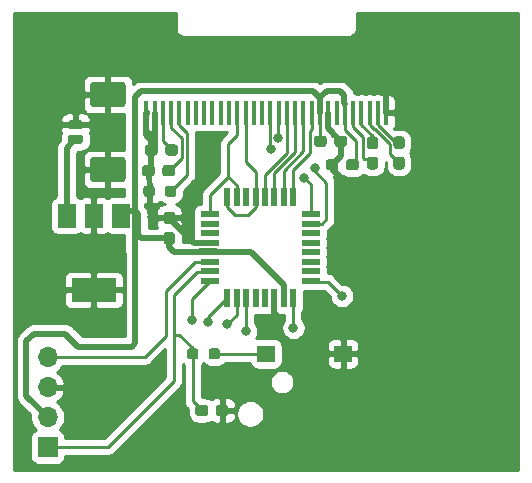
<source format=gbl>
G04 #@! TF.GenerationSoftware,KiCad,Pcbnew,5.1.10-88a1d61d58~90~ubuntu20.04.1*
G04 #@! TF.CreationDate,2021-11-23T17:14:05+00:00*
G04 #@! TF.ProjectId,sketch_v2,736b6574-6368-45f7-9632-2e6b69636164,rev?*
G04 #@! TF.SameCoordinates,Original*
G04 #@! TF.FileFunction,Copper,L2,Bot*
G04 #@! TF.FilePolarity,Positive*
%FSLAX46Y46*%
G04 Gerber Fmt 4.6, Leading zero omitted, Abs format (unit mm)*
G04 Created by KiCad (PCBNEW 5.1.10-88a1d61d58~90~ubuntu20.04.1) date 2021-11-23 17:14:05*
%MOMM*%
%LPD*%
G01*
G04 APERTURE LIST*
G04 #@! TA.AperFunction,SMDPad,CuDef*
%ADD10R,0.350000X2.000000*%
G04 #@! TD*
G04 #@! TA.AperFunction,ComponentPad*
%ADD11O,1.700000X1.700000*%
G04 #@! TD*
G04 #@! TA.AperFunction,ComponentPad*
%ADD12R,1.700000X1.700000*%
G04 #@! TD*
G04 #@! TA.AperFunction,SMDPad,CuDef*
%ADD13R,1.600000X0.550000*%
G04 #@! TD*
G04 #@! TA.AperFunction,SMDPad,CuDef*
%ADD14R,0.550000X1.600000*%
G04 #@! TD*
G04 #@! TA.AperFunction,SMDPad,CuDef*
%ADD15R,1.500000X1.400000*%
G04 #@! TD*
G04 #@! TA.AperFunction,SMDPad,CuDef*
%ADD16R,1.500000X2.000000*%
G04 #@! TD*
G04 #@! TA.AperFunction,SMDPad,CuDef*
%ADD17R,3.800000X2.000000*%
G04 #@! TD*
G04 #@! TA.AperFunction,ViaPad*
%ADD18C,0.800000*%
G04 #@! TD*
G04 #@! TA.AperFunction,Conductor*
%ADD19C,0.500000*%
G04 #@! TD*
G04 #@! TA.AperFunction,Conductor*
%ADD20C,0.250000*%
G04 #@! TD*
G04 #@! TA.AperFunction,Conductor*
%ADD21C,0.254000*%
G04 #@! TD*
G04 #@! TA.AperFunction,Conductor*
%ADD22C,0.100000*%
G04 #@! TD*
G04 APERTURE END LIST*
G04 #@! TA.AperFunction,SMDPad,CuDef*
G36*
G01*
X97349999Y-72850000D02*
X99850001Y-72850000D01*
G75*
G02*
X100100000Y-73099999I0J-249999D01*
G01*
X100100000Y-74700001D01*
G75*
G02*
X99850001Y-74950000I-249999J0D01*
G01*
X97349999Y-74950000D01*
G75*
G02*
X97100000Y-74700001I0J249999D01*
G01*
X97100000Y-73099999D01*
G75*
G02*
X97349999Y-72850000I249999J0D01*
G01*
G37*
G04 #@! TD.AperFunction*
G04 #@! TA.AperFunction,SMDPad,CuDef*
G36*
G01*
X97349999Y-66500000D02*
X99850001Y-66500000D01*
G75*
G02*
X100100000Y-66749999I0J-249999D01*
G01*
X100100000Y-68350001D01*
G75*
G02*
X99850001Y-68600000I-249999J0D01*
G01*
X97349999Y-68600000D01*
G75*
G02*
X97100000Y-68350001I0J249999D01*
G01*
X97100000Y-66749999D01*
G75*
G02*
X97349999Y-66500000I249999J0D01*
G01*
G37*
G04 #@! TD.AperFunction*
G04 #@! TA.AperFunction,SMDPad,CuDef*
G36*
G01*
X95400000Y-70950000D02*
X96300000Y-70950000D01*
G75*
G02*
X96500000Y-71150000I0J-200000D01*
G01*
X96500000Y-71550000D01*
G75*
G02*
X96300000Y-71750000I-200000J0D01*
G01*
X95400000Y-71750000D01*
G75*
G02*
X95200000Y-71550000I0J200000D01*
G01*
X95200000Y-71150000D01*
G75*
G02*
X95400000Y-70950000I200000J0D01*
G01*
G37*
G04 #@! TD.AperFunction*
G04 #@! TA.AperFunction,SMDPad,CuDef*
G36*
G01*
X95400000Y-69700000D02*
X96300000Y-69700000D01*
G75*
G02*
X96500000Y-69900000I0J-200000D01*
G01*
X96500000Y-70300000D01*
G75*
G02*
X96300000Y-70500000I-200000J0D01*
G01*
X95400000Y-70500000D01*
G75*
G02*
X95200000Y-70300000I0J200000D01*
G01*
X95200000Y-69900000D01*
G75*
G02*
X95400000Y-69700000I200000J0D01*
G01*
G37*
G04 #@! TD.AperFunction*
G04 #@! TA.AperFunction,SMDPad,CuDef*
G36*
G01*
X102575000Y-75512500D02*
X102575000Y-75987500D01*
G75*
G02*
X102337500Y-76225000I-237500J0D01*
G01*
X101837500Y-76225000D01*
G75*
G02*
X101600000Y-75987500I0J237500D01*
G01*
X101600000Y-75512500D01*
G75*
G02*
X101837500Y-75275000I237500J0D01*
G01*
X102337500Y-75275000D01*
G75*
G02*
X102575000Y-75512500I0J-237500D01*
G01*
G37*
G04 #@! TD.AperFunction*
G04 #@! TA.AperFunction,SMDPad,CuDef*
G36*
G01*
X104400000Y-75512500D02*
X104400000Y-75987500D01*
G75*
G02*
X104162500Y-76225000I-237500J0D01*
G01*
X103662500Y-76225000D01*
G75*
G02*
X103425000Y-75987500I0J237500D01*
G01*
X103425000Y-75512500D01*
G75*
G02*
X103662500Y-75275000I237500J0D01*
G01*
X104162500Y-75275000D01*
G75*
G02*
X104400000Y-75512500I0J-237500D01*
G01*
G37*
G04 #@! TD.AperFunction*
D10*
X101850000Y-69100000D03*
X102550000Y-69100000D03*
X103250000Y-69100000D03*
X103950000Y-69100000D03*
X104650000Y-69100000D03*
X105350000Y-69100000D03*
X106050000Y-69100000D03*
X106750000Y-69100000D03*
X107450000Y-69100000D03*
X108150000Y-69100000D03*
X108850000Y-69100000D03*
X109550000Y-69100000D03*
X110250000Y-69100000D03*
X110950000Y-69100000D03*
X111650000Y-69100000D03*
X112350000Y-69100000D03*
X113050000Y-69100000D03*
X113750000Y-69100000D03*
X114450000Y-69100000D03*
X115150000Y-69100000D03*
X115850000Y-69100000D03*
X116550000Y-69100000D03*
X117250000Y-69100000D03*
X117950000Y-69100000D03*
X118650000Y-69100000D03*
X119350000Y-69100000D03*
X120050000Y-69100000D03*
X120750000Y-69100000D03*
X121450000Y-69100000D03*
X122150000Y-69100000D03*
D11*
X93500000Y-89780000D03*
X93500000Y-92320000D03*
X93500000Y-94860000D03*
D12*
X93500000Y-97400000D03*
G04 #@! TA.AperFunction,SMDPad,CuDef*
G36*
G01*
X121237500Y-72175000D02*
X120762500Y-72175000D01*
G75*
G02*
X120525000Y-71937500I0J237500D01*
G01*
X120525000Y-71337500D01*
G75*
G02*
X120762500Y-71100000I237500J0D01*
G01*
X121237500Y-71100000D01*
G75*
G02*
X121475000Y-71337500I0J-237500D01*
G01*
X121475000Y-71937500D01*
G75*
G02*
X121237500Y-72175000I-237500J0D01*
G01*
G37*
G04 #@! TD.AperFunction*
G04 #@! TA.AperFunction,SMDPad,CuDef*
G36*
G01*
X121237500Y-73900000D02*
X120762500Y-73900000D01*
G75*
G02*
X120525000Y-73662500I0J237500D01*
G01*
X120525000Y-73062500D01*
G75*
G02*
X120762500Y-72825000I237500J0D01*
G01*
X121237500Y-72825000D01*
G75*
G02*
X121475000Y-73062500I0J-237500D01*
G01*
X121475000Y-73662500D01*
G75*
G02*
X121237500Y-73900000I-237500J0D01*
G01*
G37*
G04 #@! TD.AperFunction*
G04 #@! TA.AperFunction,SMDPad,CuDef*
G36*
G01*
X123012500Y-72825000D02*
X123487500Y-72825000D01*
G75*
G02*
X123725000Y-73062500I0J-237500D01*
G01*
X123725000Y-73662500D01*
G75*
G02*
X123487500Y-73900000I-237500J0D01*
G01*
X123012500Y-73900000D01*
G75*
G02*
X122775000Y-73662500I0J237500D01*
G01*
X122775000Y-73062500D01*
G75*
G02*
X123012500Y-72825000I237500J0D01*
G01*
G37*
G04 #@! TD.AperFunction*
G04 #@! TA.AperFunction,SMDPad,CuDef*
G36*
G01*
X123012500Y-71100000D02*
X123487500Y-71100000D01*
G75*
G02*
X123725000Y-71337500I0J-237500D01*
G01*
X123725000Y-71937500D01*
G75*
G02*
X123487500Y-72175000I-237500J0D01*
G01*
X123012500Y-72175000D01*
G75*
G02*
X122775000Y-71937500I0J237500D01*
G01*
X122775000Y-71337500D01*
G75*
G02*
X123012500Y-71100000I237500J0D01*
G01*
G37*
G04 #@! TD.AperFunction*
G04 #@! TA.AperFunction,SMDPad,CuDef*
G36*
G01*
X102812500Y-72012500D02*
X102812500Y-72487500D01*
G75*
G02*
X102575000Y-72725000I-237500J0D01*
G01*
X101975000Y-72725000D01*
G75*
G02*
X101737500Y-72487500I0J237500D01*
G01*
X101737500Y-72012500D01*
G75*
G02*
X101975000Y-71775000I237500J0D01*
G01*
X102575000Y-71775000D01*
G75*
G02*
X102812500Y-72012500I0J-237500D01*
G01*
G37*
G04 #@! TD.AperFunction*
G04 #@! TA.AperFunction,SMDPad,CuDef*
G36*
G01*
X104537500Y-72012500D02*
X104537500Y-72487500D01*
G75*
G02*
X104300000Y-72725000I-237500J0D01*
G01*
X103700000Y-72725000D01*
G75*
G02*
X103462500Y-72487500I0J237500D01*
G01*
X103462500Y-72012500D01*
G75*
G02*
X103700000Y-71775000I237500J0D01*
G01*
X104300000Y-71775000D01*
G75*
G02*
X104537500Y-72012500I0J-237500D01*
G01*
G37*
G04 #@! TD.AperFunction*
G04 #@! TA.AperFunction,SMDPad,CuDef*
G36*
G01*
X102562500Y-73762500D02*
X102562500Y-74237500D01*
G75*
G02*
X102325000Y-74475000I-237500J0D01*
G01*
X101725000Y-74475000D01*
G75*
G02*
X101487500Y-74237500I0J237500D01*
G01*
X101487500Y-73762500D01*
G75*
G02*
X101725000Y-73525000I237500J0D01*
G01*
X102325000Y-73525000D01*
G75*
G02*
X102562500Y-73762500I0J-237500D01*
G01*
G37*
G04 #@! TD.AperFunction*
G04 #@! TA.AperFunction,SMDPad,CuDef*
G36*
G01*
X104287500Y-73762500D02*
X104287500Y-74237500D01*
G75*
G02*
X104050000Y-74475000I-237500J0D01*
G01*
X103450000Y-74475000D01*
G75*
G02*
X103212500Y-74237500I0J237500D01*
G01*
X103212500Y-73762500D01*
G75*
G02*
X103450000Y-73525000I237500J0D01*
G01*
X104050000Y-73525000D01*
G75*
G02*
X104287500Y-73762500I0J-237500D01*
G01*
G37*
G04 #@! TD.AperFunction*
G04 #@! TA.AperFunction,SMDPad,CuDef*
G36*
G01*
X117762500Y-71737500D02*
X117762500Y-71262500D01*
G75*
G02*
X118000000Y-71025000I237500J0D01*
G01*
X118600000Y-71025000D01*
G75*
G02*
X118837500Y-71262500I0J-237500D01*
G01*
X118837500Y-71737500D01*
G75*
G02*
X118600000Y-71975000I-237500J0D01*
G01*
X118000000Y-71975000D01*
G75*
G02*
X117762500Y-71737500I0J237500D01*
G01*
G37*
G04 #@! TD.AperFunction*
G04 #@! TA.AperFunction,SMDPad,CuDef*
G36*
G01*
X116037500Y-71737500D02*
X116037500Y-71262500D01*
G75*
G02*
X116275000Y-71025000I237500J0D01*
G01*
X116875000Y-71025000D01*
G75*
G02*
X117112500Y-71262500I0J-237500D01*
G01*
X117112500Y-71737500D01*
G75*
G02*
X116875000Y-71975000I-237500J0D01*
G01*
X116275000Y-71975000D01*
G75*
G02*
X116037500Y-71737500I0J237500D01*
G01*
G37*
G04 #@! TD.AperFunction*
G04 #@! TA.AperFunction,SMDPad,CuDef*
G36*
G01*
X118112500Y-73262500D02*
X118112500Y-73737500D01*
G75*
G02*
X117875000Y-73975000I-237500J0D01*
G01*
X117275000Y-73975000D01*
G75*
G02*
X117037500Y-73737500I0J237500D01*
G01*
X117037500Y-73262500D01*
G75*
G02*
X117275000Y-73025000I237500J0D01*
G01*
X117875000Y-73025000D01*
G75*
G02*
X118112500Y-73262500I0J-237500D01*
G01*
G37*
G04 #@! TD.AperFunction*
G04 #@! TA.AperFunction,SMDPad,CuDef*
G36*
G01*
X119837500Y-73262500D02*
X119837500Y-73737500D01*
G75*
G02*
X119600000Y-73975000I-237500J0D01*
G01*
X119000000Y-73975000D01*
G75*
G02*
X118762500Y-73737500I0J237500D01*
G01*
X118762500Y-73262500D01*
G75*
G02*
X119000000Y-73025000I237500J0D01*
G01*
X119600000Y-73025000D01*
G75*
G02*
X119837500Y-73262500I0J-237500D01*
G01*
G37*
G04 #@! TD.AperFunction*
G04 #@! TA.AperFunction,SMDPad,CuDef*
G36*
G01*
X107112500Y-89737500D02*
X107112500Y-89262500D01*
G75*
G02*
X107350000Y-89025000I237500J0D01*
G01*
X107850000Y-89025000D01*
G75*
G02*
X108087500Y-89262500I0J-237500D01*
G01*
X108087500Y-89737500D01*
G75*
G02*
X107850000Y-89975000I-237500J0D01*
G01*
X107350000Y-89975000D01*
G75*
G02*
X107112500Y-89737500I0J237500D01*
G01*
G37*
G04 #@! TD.AperFunction*
G04 #@! TA.AperFunction,SMDPad,CuDef*
G36*
G01*
X105287500Y-89737500D02*
X105287500Y-89262500D01*
G75*
G02*
X105525000Y-89025000I237500J0D01*
G01*
X106025000Y-89025000D01*
G75*
G02*
X106262500Y-89262500I0J-237500D01*
G01*
X106262500Y-89737500D01*
G75*
G02*
X106025000Y-89975000I-237500J0D01*
G01*
X105525000Y-89975000D01*
G75*
G02*
X105287500Y-89737500I0J237500D01*
G01*
G37*
G04 #@! TD.AperFunction*
G04 #@! TA.AperFunction,SMDPad,CuDef*
G36*
G01*
X107725000Y-94537500D02*
X107725000Y-94062500D01*
G75*
G02*
X107962500Y-93825000I237500J0D01*
G01*
X108562500Y-93825000D01*
G75*
G02*
X108800000Y-94062500I0J-237500D01*
G01*
X108800000Y-94537500D01*
G75*
G02*
X108562500Y-94775000I-237500J0D01*
G01*
X107962500Y-94775000D01*
G75*
G02*
X107725000Y-94537500I0J237500D01*
G01*
G37*
G04 #@! TD.AperFunction*
G04 #@! TA.AperFunction,SMDPad,CuDef*
G36*
G01*
X106000000Y-94537500D02*
X106000000Y-94062500D01*
G75*
G02*
X106237500Y-93825000I237500J0D01*
G01*
X106837500Y-93825000D01*
G75*
G02*
X107075000Y-94062500I0J-237500D01*
G01*
X107075000Y-94537500D01*
G75*
G02*
X106837500Y-94775000I-237500J0D01*
G01*
X106237500Y-94775000D01*
G75*
G02*
X106000000Y-94537500I0J237500D01*
G01*
G37*
G04 #@! TD.AperFunction*
G04 #@! TA.AperFunction,SMDPad,CuDef*
G36*
G01*
X104037500Y-78537500D02*
X103562500Y-78537500D01*
G75*
G02*
X103325000Y-78300000I0J237500D01*
G01*
X103325000Y-77700000D01*
G75*
G02*
X103562500Y-77462500I237500J0D01*
G01*
X104037500Y-77462500D01*
G75*
G02*
X104275000Y-77700000I0J-237500D01*
G01*
X104275000Y-78300000D01*
G75*
G02*
X104037500Y-78537500I-237500J0D01*
G01*
G37*
G04 #@! TD.AperFunction*
G04 #@! TA.AperFunction,SMDPad,CuDef*
G36*
G01*
X104037500Y-80262500D02*
X103562500Y-80262500D01*
G75*
G02*
X103325000Y-80025000I0J237500D01*
G01*
X103325000Y-79425000D01*
G75*
G02*
X103562500Y-79187500I237500J0D01*
G01*
X104037500Y-79187500D01*
G75*
G02*
X104275000Y-79425000I0J-237500D01*
G01*
X104275000Y-80025000D01*
G75*
G02*
X104037500Y-80262500I-237500J0D01*
G01*
G37*
G04 #@! TD.AperFunction*
D13*
X107250000Y-77700000D03*
X107250000Y-78500000D03*
X107250000Y-79300000D03*
X107250000Y-80100000D03*
X107250000Y-80900000D03*
X107250000Y-81700000D03*
X107250000Y-82500000D03*
X107250000Y-83300000D03*
D14*
X108700000Y-84750000D03*
X109500000Y-84750000D03*
X110300000Y-84750000D03*
X111100000Y-84750000D03*
X111900000Y-84750000D03*
X112700000Y-84750000D03*
X113500000Y-84750000D03*
X114300000Y-84750000D03*
D13*
X115750000Y-83300000D03*
X115750000Y-82500000D03*
X115750000Y-81700000D03*
X115750000Y-80900000D03*
X115750000Y-80100000D03*
X115750000Y-79300000D03*
X115750000Y-78500000D03*
X115750000Y-77700000D03*
D14*
X114300000Y-76250000D03*
X113500000Y-76250000D03*
X112700000Y-76250000D03*
X111900000Y-76250000D03*
X111100000Y-76250000D03*
X110300000Y-76250000D03*
X109500000Y-76250000D03*
X108700000Y-76250000D03*
D15*
X112000000Y-89500000D03*
X118500000Y-89500000D03*
D16*
X95100000Y-77800000D03*
X99700000Y-77800000D03*
X97400000Y-77800000D03*
D17*
X97400000Y-84100000D03*
D18*
X93400000Y-73600000D03*
X102300000Y-77900000D03*
X107000000Y-71800000D03*
X129900000Y-84100000D03*
X131000000Y-63300000D03*
X130200000Y-97000000D03*
X105700000Y-86600000D03*
X114300000Y-87300000D03*
X118400000Y-84600000D03*
X107100000Y-86800000D03*
X108700000Y-87000000D03*
X110300000Y-87600000D03*
X115200000Y-74600000D03*
X112400000Y-72200000D03*
X116100000Y-73800000D03*
X113025000Y-71200000D03*
D19*
X105900000Y-80100000D02*
X107250000Y-80100000D01*
X103800000Y-78000000D02*
X105900000Y-80100000D01*
X117250000Y-70385002D02*
X117664998Y-70800000D01*
X117250000Y-69100000D02*
X117250000Y-70385002D01*
X117664998Y-70864998D02*
X118300000Y-71500000D01*
X117664998Y-70800000D02*
X117664998Y-70864998D01*
X122150000Y-69100000D02*
X122150000Y-67350000D01*
X122150000Y-67350000D02*
X122300000Y-67200000D01*
X118300000Y-72775000D02*
X117575000Y-73500000D01*
X118300000Y-71500000D02*
X118300000Y-72775000D01*
X117575000Y-73500000D02*
X117575000Y-73875000D01*
X117575000Y-73875000D02*
X118500000Y-74800000D01*
X102275000Y-73750000D02*
X102025000Y-74000000D01*
X102275000Y-72250000D02*
X102275000Y-73750000D01*
X101850000Y-69100000D02*
X101850000Y-70950000D01*
X102275000Y-71375000D02*
X102275000Y-72250000D01*
X101850000Y-70950000D02*
X102275000Y-71375000D01*
X102550000Y-71975000D02*
X102275000Y-72250000D01*
X102550000Y-69100000D02*
X102550000Y-71975000D01*
X112700000Y-84750000D02*
X112700000Y-86200000D01*
X95100000Y-72100000D02*
X95850000Y-71350000D01*
X95100000Y-77800000D02*
X95100000Y-72100000D01*
D20*
X105700000Y-84850000D02*
X107250000Y-83300000D01*
X105700000Y-86600000D02*
X105700000Y-84850000D01*
D19*
X106424999Y-80825001D02*
X107750000Y-80825001D01*
D20*
X116550000Y-69100000D02*
X116550000Y-70950000D01*
D19*
X113500000Y-83664998D02*
X113500000Y-84750000D01*
X110735002Y-80900000D02*
X113500000Y-83664998D01*
X107250000Y-80900000D02*
X110735002Y-80900000D01*
D20*
X118650000Y-70516990D02*
X119600000Y-71466990D01*
X118650000Y-69100000D02*
X118650000Y-70516990D01*
X119600000Y-71466990D02*
X119600000Y-73300000D01*
X116550000Y-70950000D02*
X116550000Y-71450000D01*
D19*
X118575001Y-68275001D02*
X118650000Y-68350000D01*
X118575001Y-67575001D02*
X118575001Y-68275001D01*
X117114998Y-67250000D02*
X118250000Y-67250000D01*
X116500000Y-67864998D02*
X117114998Y-67250000D01*
X118250000Y-67250000D02*
X118575001Y-67575001D01*
X116500000Y-67764998D02*
X116500000Y-67864998D01*
X100850010Y-80750000D02*
X100850010Y-67800000D01*
X105400000Y-80900000D02*
X104200000Y-80900000D01*
X107250000Y-80900000D02*
X105400000Y-80900000D01*
X103800000Y-80500000D02*
X103800000Y-79725000D01*
X104200000Y-80900000D02*
X103800000Y-80500000D01*
X116550000Y-67814998D02*
X116500000Y-67764998D01*
X116550000Y-69100000D02*
X116550000Y-67814998D01*
X100100000Y-77400000D02*
X99700000Y-77800000D01*
X100850010Y-77400000D02*
X100100000Y-77400000D01*
X101149999Y-77699989D02*
X100850010Y-77400000D01*
X103800000Y-79725000D02*
X101424998Y-79725000D01*
X101424998Y-79725000D02*
X101149999Y-79450001D01*
X101149999Y-79450001D02*
X101149999Y-77699989D01*
X91700000Y-88400000D02*
X91700000Y-93060000D01*
X92300000Y-87800000D02*
X91700000Y-88400000D01*
X91700000Y-93060000D02*
X93500000Y-94860000D01*
X96100000Y-88900000D02*
X95000000Y-87800000D01*
X95000000Y-87800000D02*
X92300000Y-87800000D01*
X100600000Y-88900000D02*
X96100000Y-88900000D01*
X100900000Y-88600000D02*
X100600000Y-88900000D01*
X100900000Y-79400000D02*
X100900000Y-88600000D01*
X116000000Y-67264998D02*
X116500000Y-67764998D01*
X101385012Y-67264998D02*
X116000000Y-67264998D01*
X100850010Y-67800000D02*
X101385012Y-67264998D01*
D20*
X106114963Y-82574999D02*
X104200010Y-84489952D01*
X107175001Y-82574999D02*
X106114963Y-82574999D01*
X107250000Y-82500000D02*
X107175001Y-82574999D01*
X98600000Y-97400000D02*
X93500000Y-97400000D01*
X104200010Y-91799990D02*
X98600000Y-97400000D01*
X104650010Y-87900010D02*
X104200010Y-87900010D01*
X105775000Y-89025000D02*
X104650010Y-87900010D01*
X105775000Y-89500000D02*
X105775000Y-89025000D01*
X104200010Y-87900010D02*
X104200010Y-91799990D01*
X104200010Y-84489952D02*
X104200010Y-87900010D01*
X105775000Y-93537500D02*
X105775000Y-89500000D01*
X106537500Y-94300000D02*
X105775000Y-93537500D01*
X103500000Y-84200000D02*
X106000000Y-81700000D01*
X103500000Y-88000000D02*
X103500000Y-84200000D01*
X101720000Y-89780000D02*
X103500000Y-88000000D01*
X106000000Y-81700000D02*
X107250000Y-81700000D01*
X93500000Y-89780000D02*
X101720000Y-89780000D01*
X107600000Y-89500000D02*
X112000000Y-89500000D01*
X114300000Y-87300000D02*
X114300000Y-84750000D01*
X118400000Y-84600000D02*
X117200000Y-83400000D01*
X115850000Y-83400000D02*
X115750000Y-83300000D01*
X117200000Y-83400000D02*
X115850000Y-83400000D01*
X107100000Y-86350000D02*
X108700000Y-84750000D01*
X107100000Y-86800000D02*
X107100000Y-86350000D01*
X109500000Y-86200000D02*
X109500000Y-84750000D01*
X108700000Y-87000000D02*
X109500000Y-86200000D01*
X110300000Y-87600000D02*
X110300000Y-84750000D01*
X104862510Y-72887490D02*
X103750000Y-74000000D01*
X104862510Y-71262510D02*
X104862510Y-72887490D01*
X103950000Y-70350000D02*
X104862510Y-71262510D01*
X103950000Y-69100000D02*
X103950000Y-70350000D01*
X103250000Y-71500000D02*
X104000000Y-72250000D01*
X103250000Y-69100000D02*
X103250000Y-71500000D01*
X122449990Y-72562490D02*
X123250000Y-73362500D01*
X122449990Y-71754480D02*
X122449990Y-72562490D01*
X121195510Y-70500000D02*
X122449990Y-71754480D01*
X121089998Y-70500000D02*
X121195510Y-70500000D01*
X120750000Y-70160002D02*
X121089998Y-70500000D01*
X120750000Y-69100000D02*
X120750000Y-70160002D01*
X121450000Y-69100000D02*
X121450000Y-70118080D01*
X122969420Y-71637500D02*
X123250000Y-71637500D01*
X121450000Y-70118080D02*
X122969420Y-71637500D01*
X121000000Y-71100000D02*
X120000000Y-70100000D01*
X121000000Y-71637500D02*
X121000000Y-71100000D01*
X120000000Y-70100000D02*
X120000000Y-69500000D01*
X120199990Y-71136804D02*
X120199990Y-72949990D01*
X119350000Y-70286814D02*
X120199990Y-71136804D01*
X119350000Y-69100000D02*
X119350000Y-70286814D01*
X120199990Y-72949990D02*
X120250000Y-73000000D01*
X120250000Y-73000000D02*
X120750000Y-73000000D01*
X105312520Y-74349980D02*
X103912500Y-75750000D01*
X105312520Y-70822522D02*
X105312520Y-74349980D01*
X104650000Y-70160002D02*
X105312520Y-70822522D01*
X104650000Y-69100000D02*
X104650000Y-70160002D01*
X107250000Y-76039998D02*
X108789998Y-74500000D01*
X107250000Y-77700000D02*
X107250000Y-76039998D01*
X109500000Y-75210002D02*
X109500000Y-76250000D01*
X108789998Y-74500000D02*
X109500000Y-75210002D01*
X108789998Y-74500000D02*
X108789998Y-71710002D01*
X109550000Y-70950000D02*
X109550000Y-69100000D01*
X108789998Y-71710002D02*
X109550000Y-70950000D01*
X108700000Y-77110002D02*
X109339998Y-77750000D01*
X108700000Y-76250000D02*
X108700000Y-77110002D01*
X111100000Y-77110002D02*
X111100000Y-76250000D01*
X110460002Y-77750000D02*
X111100000Y-77110002D01*
X109339998Y-77750000D02*
X110460002Y-77750000D01*
X111100000Y-76250000D02*
X111100000Y-74100000D01*
X110250000Y-73250000D02*
X110250000Y-69100000D01*
X111100000Y-74100000D02*
X110250000Y-73250000D01*
X115750000Y-75150000D02*
X115200000Y-74600000D01*
X115750000Y-77700000D02*
X115750000Y-75150000D01*
X112299999Y-72099999D02*
X112400000Y-72200000D01*
X112299999Y-69150001D02*
X112299999Y-72099999D01*
X112350000Y-69100000D02*
X112299999Y-69150001D01*
X115750000Y-78500000D02*
X116700000Y-78500000D01*
X116700000Y-78500000D02*
X117100000Y-78100000D01*
X117100000Y-78100000D02*
X117100000Y-75000000D01*
X116100000Y-74000000D02*
X116100000Y-73800000D01*
X117100000Y-75000000D02*
X116100000Y-74000000D01*
X113025000Y-69125000D02*
X113050000Y-69100000D01*
X113025000Y-71200000D02*
X113025000Y-69125000D01*
X111900000Y-76250000D02*
X111900000Y-74350000D01*
X113750000Y-72500000D02*
X113750000Y-69100000D01*
X111900000Y-74350000D02*
X113750000Y-72500000D01*
X114450000Y-72436410D02*
X114450000Y-69100000D01*
X112700000Y-74186410D02*
X114450000Y-72436410D01*
X112700000Y-76250000D02*
X112700000Y-74186410D01*
X115150000Y-72372820D02*
X115150000Y-69100000D01*
X113500000Y-74022820D02*
X115150000Y-72372820D01*
X113500000Y-76250000D02*
X113500000Y-74022820D01*
X114300000Y-76250000D02*
X114300000Y-73900000D01*
X115712490Y-72487510D02*
X115712490Y-70612490D01*
X114300000Y-73900000D02*
X115712490Y-72487510D01*
X115850000Y-70474980D02*
X115850000Y-69100000D01*
X115712490Y-70612490D02*
X115850000Y-70474980D01*
D21*
X104340001Y-61967571D02*
X104336807Y-62000000D01*
X104349550Y-62129383D01*
X104387290Y-62253793D01*
X104448575Y-62368450D01*
X104531052Y-62468948D01*
X104631550Y-62551425D01*
X104746207Y-62612710D01*
X104870617Y-62650450D01*
X104967581Y-62660000D01*
X105000000Y-62663193D01*
X105032419Y-62660000D01*
X118967581Y-62660000D01*
X119000000Y-62663193D01*
X119032419Y-62660000D01*
X119129383Y-62650450D01*
X119253793Y-62612710D01*
X119368450Y-62551425D01*
X119468948Y-62468948D01*
X119551425Y-62368450D01*
X119612710Y-62253793D01*
X119650450Y-62129383D01*
X119663193Y-62000000D01*
X119660000Y-61967581D01*
X119660000Y-60660000D01*
X133340000Y-60660000D01*
X133340001Y-99340000D01*
X90660000Y-99340000D01*
X90660000Y-88400000D01*
X90810719Y-88400000D01*
X90815000Y-88443469D01*
X90815001Y-93016521D01*
X90810719Y-93060000D01*
X90827805Y-93233490D01*
X90878412Y-93400313D01*
X90960590Y-93554059D01*
X91043468Y-93655046D01*
X91043471Y-93655049D01*
X91071184Y-93688817D01*
X91104951Y-93716529D01*
X92029461Y-94641040D01*
X92015000Y-94713740D01*
X92015000Y-95006260D01*
X92072068Y-95293158D01*
X92184010Y-95563411D01*
X92346525Y-95806632D01*
X92478380Y-95938487D01*
X92405820Y-95960498D01*
X92295506Y-96019463D01*
X92198815Y-96098815D01*
X92119463Y-96195506D01*
X92060498Y-96305820D01*
X92024188Y-96425518D01*
X92011928Y-96550000D01*
X92011928Y-98250000D01*
X92024188Y-98374482D01*
X92060498Y-98494180D01*
X92119463Y-98604494D01*
X92198815Y-98701185D01*
X92295506Y-98780537D01*
X92405820Y-98839502D01*
X92525518Y-98875812D01*
X92650000Y-98888072D01*
X94350000Y-98888072D01*
X94474482Y-98875812D01*
X94594180Y-98839502D01*
X94704494Y-98780537D01*
X94801185Y-98701185D01*
X94880537Y-98604494D01*
X94939502Y-98494180D01*
X94975812Y-98374482D01*
X94988072Y-98250000D01*
X94988072Y-98160000D01*
X98562678Y-98160000D01*
X98600000Y-98163676D01*
X98637322Y-98160000D01*
X98637333Y-98160000D01*
X98748986Y-98149003D01*
X98892247Y-98105546D01*
X99024276Y-98034974D01*
X99140001Y-97940001D01*
X99163804Y-97910997D01*
X104711013Y-92363789D01*
X104740011Y-92339991D01*
X104823375Y-92238412D01*
X104834984Y-92224267D01*
X104905556Y-92092237D01*
X104930976Y-92008436D01*
X104949013Y-91948976D01*
X104960010Y-91837323D01*
X104960010Y-91837314D01*
X104963686Y-91799991D01*
X104960010Y-91762668D01*
X104960010Y-90401049D01*
X105015001Y-90446179D01*
X105015000Y-93500177D01*
X105011324Y-93537500D01*
X105015000Y-93574822D01*
X105015000Y-93574832D01*
X105025997Y-93686485D01*
X105057093Y-93788997D01*
X105069454Y-93829746D01*
X105140026Y-93961776D01*
X105177759Y-94007753D01*
X105234999Y-94077501D01*
X105264002Y-94101303D01*
X105361928Y-94199229D01*
X105361928Y-94537500D01*
X105378752Y-94708316D01*
X105428577Y-94872567D01*
X105509488Y-95023942D01*
X105618377Y-95156623D01*
X105751058Y-95265512D01*
X105902433Y-95346423D01*
X106066684Y-95396248D01*
X106237500Y-95413072D01*
X106837500Y-95413072D01*
X107008316Y-95396248D01*
X107172567Y-95346423D01*
X107322606Y-95266226D01*
X107370506Y-95305537D01*
X107480820Y-95364502D01*
X107600518Y-95400812D01*
X107725000Y-95413072D01*
X107976750Y-95410000D01*
X108135500Y-95251250D01*
X108135500Y-94427000D01*
X108389500Y-94427000D01*
X108389500Y-95251250D01*
X108548250Y-95410000D01*
X108800000Y-95413072D01*
X108924482Y-95400812D01*
X109044180Y-95364502D01*
X109154494Y-95305537D01*
X109251185Y-95226185D01*
X109330537Y-95129494D01*
X109389502Y-95019180D01*
X109425812Y-94899482D01*
X109438072Y-94775000D01*
X109435000Y-94585750D01*
X109326041Y-94476791D01*
X109471497Y-94476791D01*
X109471497Y-94710215D01*
X109517036Y-94939155D01*
X109606363Y-95154811D01*
X109736047Y-95348897D01*
X109901103Y-95513953D01*
X110095189Y-95643637D01*
X110310845Y-95732964D01*
X110539785Y-95778503D01*
X110773209Y-95778503D01*
X111002149Y-95732964D01*
X111217805Y-95643637D01*
X111411891Y-95513953D01*
X111576947Y-95348897D01*
X111706631Y-95154811D01*
X111795958Y-94939155D01*
X111841497Y-94710215D01*
X111841497Y-94476791D01*
X111795958Y-94247851D01*
X111706631Y-94032195D01*
X111576947Y-93838109D01*
X111411891Y-93673053D01*
X111217805Y-93543369D01*
X111002149Y-93454042D01*
X110773209Y-93408503D01*
X110539785Y-93408503D01*
X110310845Y-93454042D01*
X110095189Y-93543369D01*
X109901103Y-93673053D01*
X109736047Y-93838109D01*
X109606363Y-94032195D01*
X109517036Y-94247851D01*
X109471497Y-94476791D01*
X109326041Y-94476791D01*
X109276250Y-94427000D01*
X108389500Y-94427000D01*
X108135500Y-94427000D01*
X108115500Y-94427000D01*
X108115500Y-94173000D01*
X108135500Y-94173000D01*
X108135500Y-93348750D01*
X108389500Y-93348750D01*
X108389500Y-94173000D01*
X109276250Y-94173000D01*
X109435000Y-94014250D01*
X109438072Y-93825000D01*
X109425812Y-93700518D01*
X109389502Y-93580820D01*
X109330537Y-93470506D01*
X109251185Y-93373815D01*
X109154494Y-93294463D01*
X109044180Y-93235498D01*
X108924482Y-93199188D01*
X108800000Y-93186928D01*
X108548250Y-93190000D01*
X108389500Y-93348750D01*
X108135500Y-93348750D01*
X107976750Y-93190000D01*
X107725000Y-93186928D01*
X107600518Y-93199188D01*
X107480820Y-93235498D01*
X107370506Y-93294463D01*
X107322606Y-93333774D01*
X107172567Y-93253577D01*
X107008316Y-93203752D01*
X106837500Y-93186928D01*
X106535000Y-93186928D01*
X106535000Y-91804558D01*
X112308503Y-91804558D01*
X112308503Y-92008436D01*
X112348277Y-92208395D01*
X112426298Y-92396753D01*
X112539566Y-92566271D01*
X112683729Y-92710434D01*
X112853247Y-92823702D01*
X113041605Y-92901723D01*
X113241564Y-92941497D01*
X113445442Y-92941497D01*
X113645401Y-92901723D01*
X113833759Y-92823702D01*
X114003277Y-92710434D01*
X114147440Y-92566271D01*
X114260708Y-92396753D01*
X114338729Y-92208395D01*
X114378503Y-92008436D01*
X114378503Y-91804558D01*
X114338729Y-91604599D01*
X114260708Y-91416241D01*
X114147440Y-91246723D01*
X114003277Y-91102560D01*
X113833759Y-90989292D01*
X113645401Y-90911271D01*
X113445442Y-90871497D01*
X113241564Y-90871497D01*
X113041605Y-90911271D01*
X112853247Y-90989292D01*
X112683729Y-91102560D01*
X112539566Y-91246723D01*
X112426298Y-91416241D01*
X112348277Y-91604599D01*
X112308503Y-91804558D01*
X106535000Y-91804558D01*
X106535000Y-90446178D01*
X106644123Y-90356623D01*
X106687500Y-90303768D01*
X106730877Y-90356623D01*
X106863558Y-90465512D01*
X107014933Y-90546423D01*
X107179184Y-90596248D01*
X107350000Y-90613072D01*
X107850000Y-90613072D01*
X108020816Y-90596248D01*
X108185067Y-90546423D01*
X108336442Y-90465512D01*
X108469123Y-90356623D01*
X108548420Y-90260000D01*
X110617837Y-90260000D01*
X110624188Y-90324482D01*
X110660498Y-90444180D01*
X110719463Y-90554494D01*
X110798815Y-90651185D01*
X110895506Y-90730537D01*
X111005820Y-90789502D01*
X111125518Y-90825812D01*
X111250000Y-90838072D01*
X112750000Y-90838072D01*
X112874482Y-90825812D01*
X112994180Y-90789502D01*
X113104494Y-90730537D01*
X113201185Y-90651185D01*
X113280537Y-90554494D01*
X113339502Y-90444180D01*
X113375812Y-90324482D01*
X113388072Y-90200000D01*
X117111928Y-90200000D01*
X117124188Y-90324482D01*
X117160498Y-90444180D01*
X117219463Y-90554494D01*
X117298815Y-90651185D01*
X117395506Y-90730537D01*
X117505820Y-90789502D01*
X117625518Y-90825812D01*
X117750000Y-90838072D01*
X118214250Y-90835000D01*
X118373000Y-90676250D01*
X118373000Y-89627000D01*
X118627000Y-89627000D01*
X118627000Y-90676250D01*
X118785750Y-90835000D01*
X119250000Y-90838072D01*
X119374482Y-90825812D01*
X119494180Y-90789502D01*
X119604494Y-90730537D01*
X119701185Y-90651185D01*
X119780537Y-90554494D01*
X119839502Y-90444180D01*
X119875812Y-90324482D01*
X119888072Y-90200000D01*
X119885000Y-89785750D01*
X119726250Y-89627000D01*
X118627000Y-89627000D01*
X118373000Y-89627000D01*
X117273750Y-89627000D01*
X117115000Y-89785750D01*
X117111928Y-90200000D01*
X113388072Y-90200000D01*
X113388072Y-88800000D01*
X117111928Y-88800000D01*
X117115000Y-89214250D01*
X117273750Y-89373000D01*
X118373000Y-89373000D01*
X118373000Y-88323750D01*
X118627000Y-88323750D01*
X118627000Y-89373000D01*
X119726250Y-89373000D01*
X119885000Y-89214250D01*
X119888072Y-88800000D01*
X119875812Y-88675518D01*
X119839502Y-88555820D01*
X119780537Y-88445506D01*
X119701185Y-88348815D01*
X119604494Y-88269463D01*
X119494180Y-88210498D01*
X119374482Y-88174188D01*
X119250000Y-88161928D01*
X118785750Y-88165000D01*
X118627000Y-88323750D01*
X118373000Y-88323750D01*
X118214250Y-88165000D01*
X117750000Y-88161928D01*
X117625518Y-88174188D01*
X117505820Y-88210498D01*
X117395506Y-88269463D01*
X117298815Y-88348815D01*
X117219463Y-88445506D01*
X117160498Y-88555820D01*
X117124188Y-88675518D01*
X117111928Y-88800000D01*
X113388072Y-88800000D01*
X113375812Y-88675518D01*
X113339502Y-88555820D01*
X113280537Y-88445506D01*
X113201185Y-88348815D01*
X113104494Y-88269463D01*
X112994180Y-88210498D01*
X112874482Y-88174188D01*
X112750000Y-88161928D01*
X111250000Y-88161928D01*
X111163632Y-88170434D01*
X111217205Y-88090256D01*
X111295226Y-87901898D01*
X111335000Y-87701939D01*
X111335000Y-87498061D01*
X111295226Y-87298102D01*
X111217205Y-87109744D01*
X111103937Y-86940226D01*
X111060000Y-86896289D01*
X111060000Y-86188072D01*
X111375000Y-86188072D01*
X111499482Y-86175812D01*
X111500000Y-86175655D01*
X111500518Y-86175812D01*
X111625000Y-86188072D01*
X112175000Y-86188072D01*
X112299482Y-86175812D01*
X112300620Y-86175467D01*
X112414250Y-86185000D01*
X112506333Y-86092917D01*
X112529494Y-86080537D01*
X112626185Y-86001185D01*
X112700000Y-85911241D01*
X112773815Y-86001185D01*
X112870506Y-86080537D01*
X112893667Y-86092917D01*
X112985750Y-86185000D01*
X113099380Y-86175467D01*
X113100518Y-86175812D01*
X113225000Y-86188072D01*
X113540000Y-86188072D01*
X113540000Y-86596289D01*
X113496063Y-86640226D01*
X113382795Y-86809744D01*
X113304774Y-86998102D01*
X113265000Y-87198061D01*
X113265000Y-87401939D01*
X113304774Y-87601898D01*
X113382795Y-87790256D01*
X113496063Y-87959774D01*
X113640226Y-88103937D01*
X113809744Y-88217205D01*
X113998102Y-88295226D01*
X114198061Y-88335000D01*
X114401939Y-88335000D01*
X114601898Y-88295226D01*
X114790256Y-88217205D01*
X114959774Y-88103937D01*
X115103937Y-87959774D01*
X115217205Y-87790256D01*
X115295226Y-87601898D01*
X115335000Y-87401939D01*
X115335000Y-87198061D01*
X115295226Y-86998102D01*
X115217205Y-86809744D01*
X115103937Y-86640226D01*
X115060000Y-86596289D01*
X115060000Y-85959981D01*
X115105537Y-85904494D01*
X115164502Y-85794180D01*
X115200812Y-85674482D01*
X115213072Y-85550000D01*
X115213072Y-84213072D01*
X116550000Y-84213072D01*
X116674482Y-84200812D01*
X116794180Y-84164502D01*
X116802603Y-84160000D01*
X116885199Y-84160000D01*
X117365000Y-84639802D01*
X117365000Y-84701939D01*
X117404774Y-84901898D01*
X117482795Y-85090256D01*
X117596063Y-85259774D01*
X117740226Y-85403937D01*
X117909744Y-85517205D01*
X118098102Y-85595226D01*
X118298061Y-85635000D01*
X118501939Y-85635000D01*
X118701898Y-85595226D01*
X118890256Y-85517205D01*
X119059774Y-85403937D01*
X119203937Y-85259774D01*
X119317205Y-85090256D01*
X119395226Y-84901898D01*
X119435000Y-84701939D01*
X119435000Y-84498061D01*
X119395226Y-84298102D01*
X119317205Y-84109744D01*
X119203937Y-83940226D01*
X119059774Y-83796063D01*
X118890256Y-83682795D01*
X118701898Y-83604774D01*
X118501939Y-83565000D01*
X118439802Y-83565000D01*
X117763804Y-82889003D01*
X117740001Y-82859999D01*
X117624276Y-82765026D01*
X117492247Y-82694454D01*
X117348986Y-82650997D01*
X117237333Y-82640000D01*
X117237322Y-82640000D01*
X117200000Y-82636324D01*
X117188072Y-82637499D01*
X117188072Y-82225000D01*
X117175812Y-82100518D01*
X117175655Y-82100000D01*
X117175812Y-82099482D01*
X117188072Y-81975000D01*
X117188072Y-81425000D01*
X117175812Y-81300518D01*
X117175655Y-81300000D01*
X117175812Y-81299482D01*
X117188072Y-81175000D01*
X117188072Y-80625000D01*
X117175812Y-80500518D01*
X117175655Y-80500000D01*
X117175812Y-80499482D01*
X117188072Y-80375000D01*
X117188072Y-79825000D01*
X117175812Y-79700518D01*
X117175655Y-79700000D01*
X117175812Y-79699482D01*
X117188072Y-79575000D01*
X117188072Y-79082618D01*
X117240001Y-79040001D01*
X117263803Y-79010998D01*
X117611003Y-78663799D01*
X117640001Y-78640001D01*
X117734974Y-78524276D01*
X117805546Y-78392247D01*
X117849003Y-78248986D01*
X117860000Y-78137333D01*
X117860000Y-78137324D01*
X117863676Y-78100001D01*
X117860000Y-78062678D01*
X117860000Y-75037333D01*
X117863677Y-75000000D01*
X117858876Y-74951250D01*
X117849003Y-74851014D01*
X117805546Y-74707753D01*
X117734974Y-74575724D01*
X117702002Y-74535547D01*
X117702002Y-74451252D01*
X117860750Y-74610000D01*
X118112500Y-74613072D01*
X118236982Y-74600812D01*
X118356680Y-74564502D01*
X118466994Y-74505537D01*
X118514894Y-74466226D01*
X118664933Y-74546423D01*
X118829184Y-74596248D01*
X119000000Y-74613072D01*
X119600000Y-74613072D01*
X119770816Y-74596248D01*
X119935067Y-74546423D01*
X120086442Y-74465512D01*
X120219123Y-74356623D01*
X120225418Y-74348953D01*
X120276058Y-74390512D01*
X120427433Y-74471423D01*
X120591684Y-74521248D01*
X120762500Y-74538072D01*
X121237500Y-74538072D01*
X121408316Y-74521248D01*
X121572567Y-74471423D01*
X121723942Y-74390512D01*
X121856623Y-74281623D01*
X121965512Y-74148942D01*
X122046423Y-73997567D01*
X122096248Y-73833316D01*
X122113072Y-73662500D01*
X122113072Y-73300373D01*
X122136928Y-73324229D01*
X122136928Y-73662500D01*
X122153752Y-73833316D01*
X122203577Y-73997567D01*
X122284488Y-74148942D01*
X122393377Y-74281623D01*
X122526058Y-74390512D01*
X122677433Y-74471423D01*
X122841684Y-74521248D01*
X123012500Y-74538072D01*
X123487500Y-74538072D01*
X123658316Y-74521248D01*
X123822567Y-74471423D01*
X123973942Y-74390512D01*
X124106623Y-74281623D01*
X124215512Y-74148942D01*
X124296423Y-73997567D01*
X124346248Y-73833316D01*
X124363072Y-73662500D01*
X124363072Y-73062500D01*
X124346248Y-72891684D01*
X124296423Y-72727433D01*
X124215512Y-72576058D01*
X124153093Y-72500000D01*
X124215512Y-72423942D01*
X124296423Y-72272567D01*
X124346248Y-72108316D01*
X124363072Y-71937500D01*
X124363072Y-71337500D01*
X124346248Y-71166684D01*
X124296423Y-71002433D01*
X124215512Y-70851058D01*
X124106623Y-70718377D01*
X123973942Y-70609488D01*
X123822567Y-70528577D01*
X123658316Y-70478752D01*
X123487500Y-70461928D01*
X123012500Y-70461928D01*
X122881547Y-70474826D01*
X122857559Y-70450837D01*
X122859770Y-70448076D01*
X122917401Y-70337059D01*
X122952266Y-70216933D01*
X122963026Y-70092312D01*
X122960000Y-69385750D01*
X122801250Y-69227000D01*
X122263072Y-69227000D01*
X122263072Y-68973000D01*
X122801250Y-68973000D01*
X122960000Y-68814250D01*
X122963026Y-68107688D01*
X122952266Y-67983067D01*
X122917401Y-67862941D01*
X122859770Y-67751924D01*
X122781588Y-67654284D01*
X122685860Y-67573772D01*
X122576264Y-67513483D01*
X122457013Y-67475734D01*
X122356750Y-67465000D01*
X122198000Y-67623750D01*
X122198000Y-67824947D01*
X122155537Y-67745506D01*
X122102000Y-67680271D01*
X122102000Y-67623750D01*
X121943250Y-67465000D01*
X121842987Y-67475734D01*
X121799724Y-67489429D01*
X121749482Y-67474188D01*
X121625000Y-67461928D01*
X121275000Y-67461928D01*
X121150518Y-67474188D01*
X121100000Y-67489512D01*
X121049482Y-67474188D01*
X120925000Y-67461928D01*
X120575000Y-67461928D01*
X120450518Y-67474188D01*
X120400000Y-67489512D01*
X120349482Y-67474188D01*
X120225000Y-67461928D01*
X119875000Y-67461928D01*
X119750518Y-67474188D01*
X119700000Y-67489512D01*
X119649482Y-67474188D01*
X119525000Y-67461928D01*
X119453146Y-67461928D01*
X119447196Y-67401511D01*
X119396590Y-67234688D01*
X119314412Y-67080942D01*
X119203818Y-66946184D01*
X119170046Y-66918468D01*
X118906534Y-66654956D01*
X118878817Y-66621183D01*
X118744059Y-66510589D01*
X118590313Y-66428411D01*
X118423490Y-66377805D01*
X118293477Y-66365000D01*
X118293469Y-66365000D01*
X118250000Y-66360719D01*
X118206531Y-66365000D01*
X117158467Y-66365000D01*
X117114998Y-66360719D01*
X117071529Y-66365000D01*
X117071521Y-66365000D01*
X116941508Y-66377805D01*
X116774684Y-66428411D01*
X116620939Y-66510589D01*
X116548361Y-66570152D01*
X116494059Y-66525587D01*
X116340313Y-66443409D01*
X116173490Y-66392803D01*
X116043477Y-66379998D01*
X116043469Y-66379998D01*
X116000000Y-66375717D01*
X115956531Y-66379998D01*
X101428478Y-66379998D01*
X101385011Y-66375717D01*
X101341545Y-66379998D01*
X101341535Y-66379998D01*
X101211522Y-66392803D01*
X101044699Y-66443409D01*
X100890953Y-66525587D01*
X100756195Y-66636181D01*
X100737433Y-66659043D01*
X100738072Y-66500000D01*
X100725812Y-66375518D01*
X100689502Y-66255820D01*
X100630537Y-66145506D01*
X100551185Y-66048815D01*
X100454494Y-65969463D01*
X100344180Y-65910498D01*
X100224482Y-65874188D01*
X100100000Y-65861928D01*
X98885750Y-65865000D01*
X98727000Y-66023750D01*
X98727000Y-67423000D01*
X98747000Y-67423000D01*
X98747000Y-67677000D01*
X98727000Y-67677000D01*
X98727000Y-69076250D01*
X98885750Y-69235000D01*
X99965011Y-69237730D01*
X99965011Y-72212270D01*
X98885750Y-72215000D01*
X98727000Y-72373750D01*
X98727000Y-73773000D01*
X98747000Y-73773000D01*
X98747000Y-74027000D01*
X98727000Y-74027000D01*
X98727000Y-75426250D01*
X98885750Y-75585000D01*
X99965010Y-75587730D01*
X99965010Y-76161928D01*
X98950000Y-76161928D01*
X98825518Y-76174188D01*
X98705820Y-76210498D01*
X98595506Y-76269463D01*
X98550000Y-76306809D01*
X98504494Y-76269463D01*
X98394180Y-76210498D01*
X98274482Y-76174188D01*
X98150000Y-76161928D01*
X97685750Y-76165000D01*
X97527000Y-76323750D01*
X97527000Y-77673000D01*
X97547000Y-77673000D01*
X97547000Y-77927000D01*
X97527000Y-77927000D01*
X97527000Y-79276250D01*
X97685750Y-79435000D01*
X98150000Y-79438072D01*
X98274482Y-79425812D01*
X98394180Y-79389502D01*
X98504494Y-79330537D01*
X98550000Y-79293191D01*
X98595506Y-79330537D01*
X98705820Y-79389502D01*
X98825518Y-79425812D01*
X98950000Y-79438072D01*
X99965010Y-79438072D01*
X99965010Y-80793476D01*
X99977815Y-80923489D01*
X100015000Y-81046070D01*
X100015001Y-88015000D01*
X96466579Y-88015000D01*
X95656534Y-87204956D01*
X95628817Y-87171183D01*
X95494059Y-87060589D01*
X95340313Y-86978411D01*
X95173490Y-86927805D01*
X95043477Y-86915000D01*
X95043469Y-86915000D01*
X95000000Y-86910719D01*
X94956531Y-86915000D01*
X92343465Y-86915000D01*
X92299999Y-86910719D01*
X92256533Y-86915000D01*
X92256523Y-86915000D01*
X92126510Y-86927805D01*
X91959687Y-86978411D01*
X91805941Y-87060589D01*
X91805939Y-87060590D01*
X91805940Y-87060590D01*
X91704953Y-87143468D01*
X91704951Y-87143470D01*
X91671183Y-87171183D01*
X91643470Y-87204951D01*
X91104956Y-87743466D01*
X91071183Y-87771183D01*
X90960589Y-87905942D01*
X90878411Y-88059688D01*
X90843677Y-88174188D01*
X90832663Y-88210498D01*
X90827805Y-88226511D01*
X90815000Y-88356524D01*
X90815000Y-88356531D01*
X90810719Y-88400000D01*
X90660000Y-88400000D01*
X90660000Y-85100000D01*
X94861928Y-85100000D01*
X94874188Y-85224482D01*
X94910498Y-85344180D01*
X94969463Y-85454494D01*
X95048815Y-85551185D01*
X95145506Y-85630537D01*
X95255820Y-85689502D01*
X95375518Y-85725812D01*
X95500000Y-85738072D01*
X97114250Y-85735000D01*
X97273000Y-85576250D01*
X97273000Y-84227000D01*
X97527000Y-84227000D01*
X97527000Y-85576250D01*
X97685750Y-85735000D01*
X99300000Y-85738072D01*
X99424482Y-85725812D01*
X99544180Y-85689502D01*
X99654494Y-85630537D01*
X99751185Y-85551185D01*
X99830537Y-85454494D01*
X99889502Y-85344180D01*
X99925812Y-85224482D01*
X99938072Y-85100000D01*
X99935000Y-84385750D01*
X99776250Y-84227000D01*
X97527000Y-84227000D01*
X97273000Y-84227000D01*
X95023750Y-84227000D01*
X94865000Y-84385750D01*
X94861928Y-85100000D01*
X90660000Y-85100000D01*
X90660000Y-83100000D01*
X94861928Y-83100000D01*
X94865000Y-83814250D01*
X95023750Y-83973000D01*
X97273000Y-83973000D01*
X97273000Y-82623750D01*
X97527000Y-82623750D01*
X97527000Y-83973000D01*
X99776250Y-83973000D01*
X99935000Y-83814250D01*
X99938072Y-83100000D01*
X99925812Y-82975518D01*
X99889502Y-82855820D01*
X99830537Y-82745506D01*
X99751185Y-82648815D01*
X99654494Y-82569463D01*
X99544180Y-82510498D01*
X99424482Y-82474188D01*
X99300000Y-82461928D01*
X97685750Y-82465000D01*
X97527000Y-82623750D01*
X97273000Y-82623750D01*
X97114250Y-82465000D01*
X95500000Y-82461928D01*
X95375518Y-82474188D01*
X95255820Y-82510498D01*
X95145506Y-82569463D01*
X95048815Y-82648815D01*
X94969463Y-82745506D01*
X94910498Y-82855820D01*
X94874188Y-82975518D01*
X94861928Y-83100000D01*
X90660000Y-83100000D01*
X90660000Y-76800000D01*
X93711928Y-76800000D01*
X93711928Y-78800000D01*
X93724188Y-78924482D01*
X93760498Y-79044180D01*
X93819463Y-79154494D01*
X93898815Y-79251185D01*
X93995506Y-79330537D01*
X94105820Y-79389502D01*
X94225518Y-79425812D01*
X94350000Y-79438072D01*
X95850000Y-79438072D01*
X95974482Y-79425812D01*
X96094180Y-79389502D01*
X96204494Y-79330537D01*
X96250000Y-79293191D01*
X96295506Y-79330537D01*
X96405820Y-79389502D01*
X96525518Y-79425812D01*
X96650000Y-79438072D01*
X97114250Y-79435000D01*
X97273000Y-79276250D01*
X97273000Y-77927000D01*
X97253000Y-77927000D01*
X97253000Y-77673000D01*
X97273000Y-77673000D01*
X97273000Y-76323750D01*
X97114250Y-76165000D01*
X96650000Y-76161928D01*
X96525518Y-76174188D01*
X96405820Y-76210498D01*
X96295506Y-76269463D01*
X96250000Y-76306809D01*
X96204494Y-76269463D01*
X96094180Y-76210498D01*
X95985000Y-76177379D01*
X95985000Y-74950000D01*
X96461928Y-74950000D01*
X96474188Y-75074482D01*
X96510498Y-75194180D01*
X96569463Y-75304494D01*
X96648815Y-75401185D01*
X96745506Y-75480537D01*
X96855820Y-75539502D01*
X96975518Y-75575812D01*
X97100000Y-75588072D01*
X98314250Y-75585000D01*
X98473000Y-75426250D01*
X98473000Y-74027000D01*
X96623750Y-74027000D01*
X96465000Y-74185750D01*
X96461928Y-74950000D01*
X95985000Y-74950000D01*
X95985000Y-72850000D01*
X96461928Y-72850000D01*
X96465000Y-73614250D01*
X96623750Y-73773000D01*
X98473000Y-73773000D01*
X98473000Y-72373750D01*
X98314250Y-72215000D01*
X97100000Y-72211928D01*
X96975518Y-72224188D01*
X96855820Y-72260498D01*
X96745506Y-72319463D01*
X96648815Y-72398815D01*
X96569463Y-72495506D01*
X96510498Y-72605820D01*
X96474188Y-72725518D01*
X96461928Y-72850000D01*
X95985000Y-72850000D01*
X95985000Y-72466578D01*
X96063506Y-72388072D01*
X96300000Y-72388072D01*
X96463500Y-72371969D01*
X96620716Y-72324278D01*
X96765608Y-72246831D01*
X96892606Y-72142606D01*
X96996831Y-72015608D01*
X97074278Y-71870716D01*
X97121969Y-71713500D01*
X97138072Y-71550000D01*
X97138072Y-71150000D01*
X97121969Y-70986500D01*
X97074278Y-70829284D01*
X97059145Y-70800973D01*
X97089502Y-70744180D01*
X97125812Y-70624482D01*
X97138072Y-70500000D01*
X97135000Y-70385750D01*
X96976250Y-70227000D01*
X95977000Y-70227000D01*
X95977000Y-70247000D01*
X95723000Y-70247000D01*
X95723000Y-70227000D01*
X94723750Y-70227000D01*
X94565000Y-70385750D01*
X94561928Y-70500000D01*
X94574188Y-70624482D01*
X94610498Y-70744180D01*
X94640855Y-70800973D01*
X94625722Y-70829284D01*
X94578031Y-70986500D01*
X94561928Y-71150000D01*
X94561928Y-71386494D01*
X94504951Y-71443471D01*
X94471184Y-71471183D01*
X94443471Y-71504951D01*
X94443468Y-71504954D01*
X94360590Y-71605941D01*
X94278412Y-71759687D01*
X94227805Y-71926510D01*
X94210719Y-72100000D01*
X94215001Y-72143479D01*
X94215000Y-76177379D01*
X94105820Y-76210498D01*
X93995506Y-76269463D01*
X93898815Y-76348815D01*
X93819463Y-76445506D01*
X93760498Y-76555820D01*
X93724188Y-76675518D01*
X93711928Y-76800000D01*
X90660000Y-76800000D01*
X90660000Y-69700000D01*
X94561928Y-69700000D01*
X94565000Y-69814250D01*
X94723750Y-69973000D01*
X95723000Y-69973000D01*
X95723000Y-69223750D01*
X95977000Y-69223750D01*
X95977000Y-69973000D01*
X96976250Y-69973000D01*
X97135000Y-69814250D01*
X97138072Y-69700000D01*
X97125812Y-69575518D01*
X97089502Y-69455820D01*
X97030537Y-69345506D01*
X96951185Y-69248815D01*
X96892452Y-69200614D01*
X96975518Y-69225812D01*
X97100000Y-69238072D01*
X98314250Y-69235000D01*
X98473000Y-69076250D01*
X98473000Y-67677000D01*
X96623750Y-67677000D01*
X96465000Y-67835750D01*
X96461928Y-68600000D01*
X96474188Y-68724482D01*
X96510498Y-68844180D01*
X96569463Y-68954494D01*
X96648815Y-69051185D01*
X96707548Y-69099386D01*
X96624482Y-69074188D01*
X96500000Y-69061928D01*
X96135750Y-69065000D01*
X95977000Y-69223750D01*
X95723000Y-69223750D01*
X95564250Y-69065000D01*
X95200000Y-69061928D01*
X95075518Y-69074188D01*
X94955820Y-69110498D01*
X94845506Y-69169463D01*
X94748815Y-69248815D01*
X94669463Y-69345506D01*
X94610498Y-69455820D01*
X94574188Y-69575518D01*
X94561928Y-69700000D01*
X90660000Y-69700000D01*
X90660000Y-66500000D01*
X96461928Y-66500000D01*
X96465000Y-67264250D01*
X96623750Y-67423000D01*
X98473000Y-67423000D01*
X98473000Y-66023750D01*
X98314250Y-65865000D01*
X97100000Y-65861928D01*
X96975518Y-65874188D01*
X96855820Y-65910498D01*
X96745506Y-65969463D01*
X96648815Y-66048815D01*
X96569463Y-66145506D01*
X96510498Y-66255820D01*
X96474188Y-66375518D01*
X96461928Y-66500000D01*
X90660000Y-66500000D01*
X90660000Y-60660000D01*
X104340000Y-60660000D01*
X104340001Y-61967571D01*
G04 #@! TA.AperFunction,Conductor*
D22*
G36*
X104340001Y-61967571D02*
G01*
X104336807Y-62000000D01*
X104349550Y-62129383D01*
X104387290Y-62253793D01*
X104448575Y-62368450D01*
X104531052Y-62468948D01*
X104631550Y-62551425D01*
X104746207Y-62612710D01*
X104870617Y-62650450D01*
X104967581Y-62660000D01*
X105000000Y-62663193D01*
X105032419Y-62660000D01*
X118967581Y-62660000D01*
X119000000Y-62663193D01*
X119032419Y-62660000D01*
X119129383Y-62650450D01*
X119253793Y-62612710D01*
X119368450Y-62551425D01*
X119468948Y-62468948D01*
X119551425Y-62368450D01*
X119612710Y-62253793D01*
X119650450Y-62129383D01*
X119663193Y-62000000D01*
X119660000Y-61967581D01*
X119660000Y-60660000D01*
X133340000Y-60660000D01*
X133340001Y-99340000D01*
X90660000Y-99340000D01*
X90660000Y-88400000D01*
X90810719Y-88400000D01*
X90815000Y-88443469D01*
X90815001Y-93016521D01*
X90810719Y-93060000D01*
X90827805Y-93233490D01*
X90878412Y-93400313D01*
X90960590Y-93554059D01*
X91043468Y-93655046D01*
X91043471Y-93655049D01*
X91071184Y-93688817D01*
X91104951Y-93716529D01*
X92029461Y-94641040D01*
X92015000Y-94713740D01*
X92015000Y-95006260D01*
X92072068Y-95293158D01*
X92184010Y-95563411D01*
X92346525Y-95806632D01*
X92478380Y-95938487D01*
X92405820Y-95960498D01*
X92295506Y-96019463D01*
X92198815Y-96098815D01*
X92119463Y-96195506D01*
X92060498Y-96305820D01*
X92024188Y-96425518D01*
X92011928Y-96550000D01*
X92011928Y-98250000D01*
X92024188Y-98374482D01*
X92060498Y-98494180D01*
X92119463Y-98604494D01*
X92198815Y-98701185D01*
X92295506Y-98780537D01*
X92405820Y-98839502D01*
X92525518Y-98875812D01*
X92650000Y-98888072D01*
X94350000Y-98888072D01*
X94474482Y-98875812D01*
X94594180Y-98839502D01*
X94704494Y-98780537D01*
X94801185Y-98701185D01*
X94880537Y-98604494D01*
X94939502Y-98494180D01*
X94975812Y-98374482D01*
X94988072Y-98250000D01*
X94988072Y-98160000D01*
X98562678Y-98160000D01*
X98600000Y-98163676D01*
X98637322Y-98160000D01*
X98637333Y-98160000D01*
X98748986Y-98149003D01*
X98892247Y-98105546D01*
X99024276Y-98034974D01*
X99140001Y-97940001D01*
X99163804Y-97910997D01*
X104711013Y-92363789D01*
X104740011Y-92339991D01*
X104823375Y-92238412D01*
X104834984Y-92224267D01*
X104905556Y-92092237D01*
X104930976Y-92008436D01*
X104949013Y-91948976D01*
X104960010Y-91837323D01*
X104960010Y-91837314D01*
X104963686Y-91799991D01*
X104960010Y-91762668D01*
X104960010Y-90401049D01*
X105015001Y-90446179D01*
X105015000Y-93500177D01*
X105011324Y-93537500D01*
X105015000Y-93574822D01*
X105015000Y-93574832D01*
X105025997Y-93686485D01*
X105057093Y-93788997D01*
X105069454Y-93829746D01*
X105140026Y-93961776D01*
X105177759Y-94007753D01*
X105234999Y-94077501D01*
X105264002Y-94101303D01*
X105361928Y-94199229D01*
X105361928Y-94537500D01*
X105378752Y-94708316D01*
X105428577Y-94872567D01*
X105509488Y-95023942D01*
X105618377Y-95156623D01*
X105751058Y-95265512D01*
X105902433Y-95346423D01*
X106066684Y-95396248D01*
X106237500Y-95413072D01*
X106837500Y-95413072D01*
X107008316Y-95396248D01*
X107172567Y-95346423D01*
X107322606Y-95266226D01*
X107370506Y-95305537D01*
X107480820Y-95364502D01*
X107600518Y-95400812D01*
X107725000Y-95413072D01*
X107976750Y-95410000D01*
X108135500Y-95251250D01*
X108135500Y-94427000D01*
X108389500Y-94427000D01*
X108389500Y-95251250D01*
X108548250Y-95410000D01*
X108800000Y-95413072D01*
X108924482Y-95400812D01*
X109044180Y-95364502D01*
X109154494Y-95305537D01*
X109251185Y-95226185D01*
X109330537Y-95129494D01*
X109389502Y-95019180D01*
X109425812Y-94899482D01*
X109438072Y-94775000D01*
X109435000Y-94585750D01*
X109326041Y-94476791D01*
X109471497Y-94476791D01*
X109471497Y-94710215D01*
X109517036Y-94939155D01*
X109606363Y-95154811D01*
X109736047Y-95348897D01*
X109901103Y-95513953D01*
X110095189Y-95643637D01*
X110310845Y-95732964D01*
X110539785Y-95778503D01*
X110773209Y-95778503D01*
X111002149Y-95732964D01*
X111217805Y-95643637D01*
X111411891Y-95513953D01*
X111576947Y-95348897D01*
X111706631Y-95154811D01*
X111795958Y-94939155D01*
X111841497Y-94710215D01*
X111841497Y-94476791D01*
X111795958Y-94247851D01*
X111706631Y-94032195D01*
X111576947Y-93838109D01*
X111411891Y-93673053D01*
X111217805Y-93543369D01*
X111002149Y-93454042D01*
X110773209Y-93408503D01*
X110539785Y-93408503D01*
X110310845Y-93454042D01*
X110095189Y-93543369D01*
X109901103Y-93673053D01*
X109736047Y-93838109D01*
X109606363Y-94032195D01*
X109517036Y-94247851D01*
X109471497Y-94476791D01*
X109326041Y-94476791D01*
X109276250Y-94427000D01*
X108389500Y-94427000D01*
X108135500Y-94427000D01*
X108115500Y-94427000D01*
X108115500Y-94173000D01*
X108135500Y-94173000D01*
X108135500Y-93348750D01*
X108389500Y-93348750D01*
X108389500Y-94173000D01*
X109276250Y-94173000D01*
X109435000Y-94014250D01*
X109438072Y-93825000D01*
X109425812Y-93700518D01*
X109389502Y-93580820D01*
X109330537Y-93470506D01*
X109251185Y-93373815D01*
X109154494Y-93294463D01*
X109044180Y-93235498D01*
X108924482Y-93199188D01*
X108800000Y-93186928D01*
X108548250Y-93190000D01*
X108389500Y-93348750D01*
X108135500Y-93348750D01*
X107976750Y-93190000D01*
X107725000Y-93186928D01*
X107600518Y-93199188D01*
X107480820Y-93235498D01*
X107370506Y-93294463D01*
X107322606Y-93333774D01*
X107172567Y-93253577D01*
X107008316Y-93203752D01*
X106837500Y-93186928D01*
X106535000Y-93186928D01*
X106535000Y-91804558D01*
X112308503Y-91804558D01*
X112308503Y-92008436D01*
X112348277Y-92208395D01*
X112426298Y-92396753D01*
X112539566Y-92566271D01*
X112683729Y-92710434D01*
X112853247Y-92823702D01*
X113041605Y-92901723D01*
X113241564Y-92941497D01*
X113445442Y-92941497D01*
X113645401Y-92901723D01*
X113833759Y-92823702D01*
X114003277Y-92710434D01*
X114147440Y-92566271D01*
X114260708Y-92396753D01*
X114338729Y-92208395D01*
X114378503Y-92008436D01*
X114378503Y-91804558D01*
X114338729Y-91604599D01*
X114260708Y-91416241D01*
X114147440Y-91246723D01*
X114003277Y-91102560D01*
X113833759Y-90989292D01*
X113645401Y-90911271D01*
X113445442Y-90871497D01*
X113241564Y-90871497D01*
X113041605Y-90911271D01*
X112853247Y-90989292D01*
X112683729Y-91102560D01*
X112539566Y-91246723D01*
X112426298Y-91416241D01*
X112348277Y-91604599D01*
X112308503Y-91804558D01*
X106535000Y-91804558D01*
X106535000Y-90446178D01*
X106644123Y-90356623D01*
X106687500Y-90303768D01*
X106730877Y-90356623D01*
X106863558Y-90465512D01*
X107014933Y-90546423D01*
X107179184Y-90596248D01*
X107350000Y-90613072D01*
X107850000Y-90613072D01*
X108020816Y-90596248D01*
X108185067Y-90546423D01*
X108336442Y-90465512D01*
X108469123Y-90356623D01*
X108548420Y-90260000D01*
X110617837Y-90260000D01*
X110624188Y-90324482D01*
X110660498Y-90444180D01*
X110719463Y-90554494D01*
X110798815Y-90651185D01*
X110895506Y-90730537D01*
X111005820Y-90789502D01*
X111125518Y-90825812D01*
X111250000Y-90838072D01*
X112750000Y-90838072D01*
X112874482Y-90825812D01*
X112994180Y-90789502D01*
X113104494Y-90730537D01*
X113201185Y-90651185D01*
X113280537Y-90554494D01*
X113339502Y-90444180D01*
X113375812Y-90324482D01*
X113388072Y-90200000D01*
X117111928Y-90200000D01*
X117124188Y-90324482D01*
X117160498Y-90444180D01*
X117219463Y-90554494D01*
X117298815Y-90651185D01*
X117395506Y-90730537D01*
X117505820Y-90789502D01*
X117625518Y-90825812D01*
X117750000Y-90838072D01*
X118214250Y-90835000D01*
X118373000Y-90676250D01*
X118373000Y-89627000D01*
X118627000Y-89627000D01*
X118627000Y-90676250D01*
X118785750Y-90835000D01*
X119250000Y-90838072D01*
X119374482Y-90825812D01*
X119494180Y-90789502D01*
X119604494Y-90730537D01*
X119701185Y-90651185D01*
X119780537Y-90554494D01*
X119839502Y-90444180D01*
X119875812Y-90324482D01*
X119888072Y-90200000D01*
X119885000Y-89785750D01*
X119726250Y-89627000D01*
X118627000Y-89627000D01*
X118373000Y-89627000D01*
X117273750Y-89627000D01*
X117115000Y-89785750D01*
X117111928Y-90200000D01*
X113388072Y-90200000D01*
X113388072Y-88800000D01*
X117111928Y-88800000D01*
X117115000Y-89214250D01*
X117273750Y-89373000D01*
X118373000Y-89373000D01*
X118373000Y-88323750D01*
X118627000Y-88323750D01*
X118627000Y-89373000D01*
X119726250Y-89373000D01*
X119885000Y-89214250D01*
X119888072Y-88800000D01*
X119875812Y-88675518D01*
X119839502Y-88555820D01*
X119780537Y-88445506D01*
X119701185Y-88348815D01*
X119604494Y-88269463D01*
X119494180Y-88210498D01*
X119374482Y-88174188D01*
X119250000Y-88161928D01*
X118785750Y-88165000D01*
X118627000Y-88323750D01*
X118373000Y-88323750D01*
X118214250Y-88165000D01*
X117750000Y-88161928D01*
X117625518Y-88174188D01*
X117505820Y-88210498D01*
X117395506Y-88269463D01*
X117298815Y-88348815D01*
X117219463Y-88445506D01*
X117160498Y-88555820D01*
X117124188Y-88675518D01*
X117111928Y-88800000D01*
X113388072Y-88800000D01*
X113375812Y-88675518D01*
X113339502Y-88555820D01*
X113280537Y-88445506D01*
X113201185Y-88348815D01*
X113104494Y-88269463D01*
X112994180Y-88210498D01*
X112874482Y-88174188D01*
X112750000Y-88161928D01*
X111250000Y-88161928D01*
X111163632Y-88170434D01*
X111217205Y-88090256D01*
X111295226Y-87901898D01*
X111335000Y-87701939D01*
X111335000Y-87498061D01*
X111295226Y-87298102D01*
X111217205Y-87109744D01*
X111103937Y-86940226D01*
X111060000Y-86896289D01*
X111060000Y-86188072D01*
X111375000Y-86188072D01*
X111499482Y-86175812D01*
X111500000Y-86175655D01*
X111500518Y-86175812D01*
X111625000Y-86188072D01*
X112175000Y-86188072D01*
X112299482Y-86175812D01*
X112300620Y-86175467D01*
X112414250Y-86185000D01*
X112506333Y-86092917D01*
X112529494Y-86080537D01*
X112626185Y-86001185D01*
X112700000Y-85911241D01*
X112773815Y-86001185D01*
X112870506Y-86080537D01*
X112893667Y-86092917D01*
X112985750Y-86185000D01*
X113099380Y-86175467D01*
X113100518Y-86175812D01*
X113225000Y-86188072D01*
X113540000Y-86188072D01*
X113540000Y-86596289D01*
X113496063Y-86640226D01*
X113382795Y-86809744D01*
X113304774Y-86998102D01*
X113265000Y-87198061D01*
X113265000Y-87401939D01*
X113304774Y-87601898D01*
X113382795Y-87790256D01*
X113496063Y-87959774D01*
X113640226Y-88103937D01*
X113809744Y-88217205D01*
X113998102Y-88295226D01*
X114198061Y-88335000D01*
X114401939Y-88335000D01*
X114601898Y-88295226D01*
X114790256Y-88217205D01*
X114959774Y-88103937D01*
X115103937Y-87959774D01*
X115217205Y-87790256D01*
X115295226Y-87601898D01*
X115335000Y-87401939D01*
X115335000Y-87198061D01*
X115295226Y-86998102D01*
X115217205Y-86809744D01*
X115103937Y-86640226D01*
X115060000Y-86596289D01*
X115060000Y-85959981D01*
X115105537Y-85904494D01*
X115164502Y-85794180D01*
X115200812Y-85674482D01*
X115213072Y-85550000D01*
X115213072Y-84213072D01*
X116550000Y-84213072D01*
X116674482Y-84200812D01*
X116794180Y-84164502D01*
X116802603Y-84160000D01*
X116885199Y-84160000D01*
X117365000Y-84639802D01*
X117365000Y-84701939D01*
X117404774Y-84901898D01*
X117482795Y-85090256D01*
X117596063Y-85259774D01*
X117740226Y-85403937D01*
X117909744Y-85517205D01*
X118098102Y-85595226D01*
X118298061Y-85635000D01*
X118501939Y-85635000D01*
X118701898Y-85595226D01*
X118890256Y-85517205D01*
X119059774Y-85403937D01*
X119203937Y-85259774D01*
X119317205Y-85090256D01*
X119395226Y-84901898D01*
X119435000Y-84701939D01*
X119435000Y-84498061D01*
X119395226Y-84298102D01*
X119317205Y-84109744D01*
X119203937Y-83940226D01*
X119059774Y-83796063D01*
X118890256Y-83682795D01*
X118701898Y-83604774D01*
X118501939Y-83565000D01*
X118439802Y-83565000D01*
X117763804Y-82889003D01*
X117740001Y-82859999D01*
X117624276Y-82765026D01*
X117492247Y-82694454D01*
X117348986Y-82650997D01*
X117237333Y-82640000D01*
X117237322Y-82640000D01*
X117200000Y-82636324D01*
X117188072Y-82637499D01*
X117188072Y-82225000D01*
X117175812Y-82100518D01*
X117175655Y-82100000D01*
X117175812Y-82099482D01*
X117188072Y-81975000D01*
X117188072Y-81425000D01*
X117175812Y-81300518D01*
X117175655Y-81300000D01*
X117175812Y-81299482D01*
X117188072Y-81175000D01*
X117188072Y-80625000D01*
X117175812Y-80500518D01*
X117175655Y-80500000D01*
X117175812Y-80499482D01*
X117188072Y-80375000D01*
X117188072Y-79825000D01*
X117175812Y-79700518D01*
X117175655Y-79700000D01*
X117175812Y-79699482D01*
X117188072Y-79575000D01*
X117188072Y-79082618D01*
X117240001Y-79040001D01*
X117263803Y-79010998D01*
X117611003Y-78663799D01*
X117640001Y-78640001D01*
X117734974Y-78524276D01*
X117805546Y-78392247D01*
X117849003Y-78248986D01*
X117860000Y-78137333D01*
X117860000Y-78137324D01*
X117863676Y-78100001D01*
X117860000Y-78062678D01*
X117860000Y-75037333D01*
X117863677Y-75000000D01*
X117858876Y-74951250D01*
X117849003Y-74851014D01*
X117805546Y-74707753D01*
X117734974Y-74575724D01*
X117702002Y-74535547D01*
X117702002Y-74451252D01*
X117860750Y-74610000D01*
X118112500Y-74613072D01*
X118236982Y-74600812D01*
X118356680Y-74564502D01*
X118466994Y-74505537D01*
X118514894Y-74466226D01*
X118664933Y-74546423D01*
X118829184Y-74596248D01*
X119000000Y-74613072D01*
X119600000Y-74613072D01*
X119770816Y-74596248D01*
X119935067Y-74546423D01*
X120086442Y-74465512D01*
X120219123Y-74356623D01*
X120225418Y-74348953D01*
X120276058Y-74390512D01*
X120427433Y-74471423D01*
X120591684Y-74521248D01*
X120762500Y-74538072D01*
X121237500Y-74538072D01*
X121408316Y-74521248D01*
X121572567Y-74471423D01*
X121723942Y-74390512D01*
X121856623Y-74281623D01*
X121965512Y-74148942D01*
X122046423Y-73997567D01*
X122096248Y-73833316D01*
X122113072Y-73662500D01*
X122113072Y-73300373D01*
X122136928Y-73324229D01*
X122136928Y-73662500D01*
X122153752Y-73833316D01*
X122203577Y-73997567D01*
X122284488Y-74148942D01*
X122393377Y-74281623D01*
X122526058Y-74390512D01*
X122677433Y-74471423D01*
X122841684Y-74521248D01*
X123012500Y-74538072D01*
X123487500Y-74538072D01*
X123658316Y-74521248D01*
X123822567Y-74471423D01*
X123973942Y-74390512D01*
X124106623Y-74281623D01*
X124215512Y-74148942D01*
X124296423Y-73997567D01*
X124346248Y-73833316D01*
X124363072Y-73662500D01*
X124363072Y-73062500D01*
X124346248Y-72891684D01*
X124296423Y-72727433D01*
X124215512Y-72576058D01*
X124153093Y-72500000D01*
X124215512Y-72423942D01*
X124296423Y-72272567D01*
X124346248Y-72108316D01*
X124363072Y-71937500D01*
X124363072Y-71337500D01*
X124346248Y-71166684D01*
X124296423Y-71002433D01*
X124215512Y-70851058D01*
X124106623Y-70718377D01*
X123973942Y-70609488D01*
X123822567Y-70528577D01*
X123658316Y-70478752D01*
X123487500Y-70461928D01*
X123012500Y-70461928D01*
X122881547Y-70474826D01*
X122857559Y-70450837D01*
X122859770Y-70448076D01*
X122917401Y-70337059D01*
X122952266Y-70216933D01*
X122963026Y-70092312D01*
X122960000Y-69385750D01*
X122801250Y-69227000D01*
X122263072Y-69227000D01*
X122263072Y-68973000D01*
X122801250Y-68973000D01*
X122960000Y-68814250D01*
X122963026Y-68107688D01*
X122952266Y-67983067D01*
X122917401Y-67862941D01*
X122859770Y-67751924D01*
X122781588Y-67654284D01*
X122685860Y-67573772D01*
X122576264Y-67513483D01*
X122457013Y-67475734D01*
X122356750Y-67465000D01*
X122198000Y-67623750D01*
X122198000Y-67824947D01*
X122155537Y-67745506D01*
X122102000Y-67680271D01*
X122102000Y-67623750D01*
X121943250Y-67465000D01*
X121842987Y-67475734D01*
X121799724Y-67489429D01*
X121749482Y-67474188D01*
X121625000Y-67461928D01*
X121275000Y-67461928D01*
X121150518Y-67474188D01*
X121100000Y-67489512D01*
X121049482Y-67474188D01*
X120925000Y-67461928D01*
X120575000Y-67461928D01*
X120450518Y-67474188D01*
X120400000Y-67489512D01*
X120349482Y-67474188D01*
X120225000Y-67461928D01*
X119875000Y-67461928D01*
X119750518Y-67474188D01*
X119700000Y-67489512D01*
X119649482Y-67474188D01*
X119525000Y-67461928D01*
X119453146Y-67461928D01*
X119447196Y-67401511D01*
X119396590Y-67234688D01*
X119314412Y-67080942D01*
X119203818Y-66946184D01*
X119170046Y-66918468D01*
X118906534Y-66654956D01*
X118878817Y-66621183D01*
X118744059Y-66510589D01*
X118590313Y-66428411D01*
X118423490Y-66377805D01*
X118293477Y-66365000D01*
X118293469Y-66365000D01*
X118250000Y-66360719D01*
X118206531Y-66365000D01*
X117158467Y-66365000D01*
X117114998Y-66360719D01*
X117071529Y-66365000D01*
X117071521Y-66365000D01*
X116941508Y-66377805D01*
X116774684Y-66428411D01*
X116620939Y-66510589D01*
X116548361Y-66570152D01*
X116494059Y-66525587D01*
X116340313Y-66443409D01*
X116173490Y-66392803D01*
X116043477Y-66379998D01*
X116043469Y-66379998D01*
X116000000Y-66375717D01*
X115956531Y-66379998D01*
X101428478Y-66379998D01*
X101385011Y-66375717D01*
X101341545Y-66379998D01*
X101341535Y-66379998D01*
X101211522Y-66392803D01*
X101044699Y-66443409D01*
X100890953Y-66525587D01*
X100756195Y-66636181D01*
X100737433Y-66659043D01*
X100738072Y-66500000D01*
X100725812Y-66375518D01*
X100689502Y-66255820D01*
X100630537Y-66145506D01*
X100551185Y-66048815D01*
X100454494Y-65969463D01*
X100344180Y-65910498D01*
X100224482Y-65874188D01*
X100100000Y-65861928D01*
X98885750Y-65865000D01*
X98727000Y-66023750D01*
X98727000Y-67423000D01*
X98747000Y-67423000D01*
X98747000Y-67677000D01*
X98727000Y-67677000D01*
X98727000Y-69076250D01*
X98885750Y-69235000D01*
X99965011Y-69237730D01*
X99965011Y-72212270D01*
X98885750Y-72215000D01*
X98727000Y-72373750D01*
X98727000Y-73773000D01*
X98747000Y-73773000D01*
X98747000Y-74027000D01*
X98727000Y-74027000D01*
X98727000Y-75426250D01*
X98885750Y-75585000D01*
X99965010Y-75587730D01*
X99965010Y-76161928D01*
X98950000Y-76161928D01*
X98825518Y-76174188D01*
X98705820Y-76210498D01*
X98595506Y-76269463D01*
X98550000Y-76306809D01*
X98504494Y-76269463D01*
X98394180Y-76210498D01*
X98274482Y-76174188D01*
X98150000Y-76161928D01*
X97685750Y-76165000D01*
X97527000Y-76323750D01*
X97527000Y-77673000D01*
X97547000Y-77673000D01*
X97547000Y-77927000D01*
X97527000Y-77927000D01*
X97527000Y-79276250D01*
X97685750Y-79435000D01*
X98150000Y-79438072D01*
X98274482Y-79425812D01*
X98394180Y-79389502D01*
X98504494Y-79330537D01*
X98550000Y-79293191D01*
X98595506Y-79330537D01*
X98705820Y-79389502D01*
X98825518Y-79425812D01*
X98950000Y-79438072D01*
X99965010Y-79438072D01*
X99965010Y-80793476D01*
X99977815Y-80923489D01*
X100015000Y-81046070D01*
X100015001Y-88015000D01*
X96466579Y-88015000D01*
X95656534Y-87204956D01*
X95628817Y-87171183D01*
X95494059Y-87060589D01*
X95340313Y-86978411D01*
X95173490Y-86927805D01*
X95043477Y-86915000D01*
X95043469Y-86915000D01*
X95000000Y-86910719D01*
X94956531Y-86915000D01*
X92343465Y-86915000D01*
X92299999Y-86910719D01*
X92256533Y-86915000D01*
X92256523Y-86915000D01*
X92126510Y-86927805D01*
X91959687Y-86978411D01*
X91805941Y-87060589D01*
X91805939Y-87060590D01*
X91805940Y-87060590D01*
X91704953Y-87143468D01*
X91704951Y-87143470D01*
X91671183Y-87171183D01*
X91643470Y-87204951D01*
X91104956Y-87743466D01*
X91071183Y-87771183D01*
X90960589Y-87905942D01*
X90878411Y-88059688D01*
X90843677Y-88174188D01*
X90832663Y-88210498D01*
X90827805Y-88226511D01*
X90815000Y-88356524D01*
X90815000Y-88356531D01*
X90810719Y-88400000D01*
X90660000Y-88400000D01*
X90660000Y-85100000D01*
X94861928Y-85100000D01*
X94874188Y-85224482D01*
X94910498Y-85344180D01*
X94969463Y-85454494D01*
X95048815Y-85551185D01*
X95145506Y-85630537D01*
X95255820Y-85689502D01*
X95375518Y-85725812D01*
X95500000Y-85738072D01*
X97114250Y-85735000D01*
X97273000Y-85576250D01*
X97273000Y-84227000D01*
X97527000Y-84227000D01*
X97527000Y-85576250D01*
X97685750Y-85735000D01*
X99300000Y-85738072D01*
X99424482Y-85725812D01*
X99544180Y-85689502D01*
X99654494Y-85630537D01*
X99751185Y-85551185D01*
X99830537Y-85454494D01*
X99889502Y-85344180D01*
X99925812Y-85224482D01*
X99938072Y-85100000D01*
X99935000Y-84385750D01*
X99776250Y-84227000D01*
X97527000Y-84227000D01*
X97273000Y-84227000D01*
X95023750Y-84227000D01*
X94865000Y-84385750D01*
X94861928Y-85100000D01*
X90660000Y-85100000D01*
X90660000Y-83100000D01*
X94861928Y-83100000D01*
X94865000Y-83814250D01*
X95023750Y-83973000D01*
X97273000Y-83973000D01*
X97273000Y-82623750D01*
X97527000Y-82623750D01*
X97527000Y-83973000D01*
X99776250Y-83973000D01*
X99935000Y-83814250D01*
X99938072Y-83100000D01*
X99925812Y-82975518D01*
X99889502Y-82855820D01*
X99830537Y-82745506D01*
X99751185Y-82648815D01*
X99654494Y-82569463D01*
X99544180Y-82510498D01*
X99424482Y-82474188D01*
X99300000Y-82461928D01*
X97685750Y-82465000D01*
X97527000Y-82623750D01*
X97273000Y-82623750D01*
X97114250Y-82465000D01*
X95500000Y-82461928D01*
X95375518Y-82474188D01*
X95255820Y-82510498D01*
X95145506Y-82569463D01*
X95048815Y-82648815D01*
X94969463Y-82745506D01*
X94910498Y-82855820D01*
X94874188Y-82975518D01*
X94861928Y-83100000D01*
X90660000Y-83100000D01*
X90660000Y-76800000D01*
X93711928Y-76800000D01*
X93711928Y-78800000D01*
X93724188Y-78924482D01*
X93760498Y-79044180D01*
X93819463Y-79154494D01*
X93898815Y-79251185D01*
X93995506Y-79330537D01*
X94105820Y-79389502D01*
X94225518Y-79425812D01*
X94350000Y-79438072D01*
X95850000Y-79438072D01*
X95974482Y-79425812D01*
X96094180Y-79389502D01*
X96204494Y-79330537D01*
X96250000Y-79293191D01*
X96295506Y-79330537D01*
X96405820Y-79389502D01*
X96525518Y-79425812D01*
X96650000Y-79438072D01*
X97114250Y-79435000D01*
X97273000Y-79276250D01*
X97273000Y-77927000D01*
X97253000Y-77927000D01*
X97253000Y-77673000D01*
X97273000Y-77673000D01*
X97273000Y-76323750D01*
X97114250Y-76165000D01*
X96650000Y-76161928D01*
X96525518Y-76174188D01*
X96405820Y-76210498D01*
X96295506Y-76269463D01*
X96250000Y-76306809D01*
X96204494Y-76269463D01*
X96094180Y-76210498D01*
X95985000Y-76177379D01*
X95985000Y-74950000D01*
X96461928Y-74950000D01*
X96474188Y-75074482D01*
X96510498Y-75194180D01*
X96569463Y-75304494D01*
X96648815Y-75401185D01*
X96745506Y-75480537D01*
X96855820Y-75539502D01*
X96975518Y-75575812D01*
X97100000Y-75588072D01*
X98314250Y-75585000D01*
X98473000Y-75426250D01*
X98473000Y-74027000D01*
X96623750Y-74027000D01*
X96465000Y-74185750D01*
X96461928Y-74950000D01*
X95985000Y-74950000D01*
X95985000Y-72850000D01*
X96461928Y-72850000D01*
X96465000Y-73614250D01*
X96623750Y-73773000D01*
X98473000Y-73773000D01*
X98473000Y-72373750D01*
X98314250Y-72215000D01*
X97100000Y-72211928D01*
X96975518Y-72224188D01*
X96855820Y-72260498D01*
X96745506Y-72319463D01*
X96648815Y-72398815D01*
X96569463Y-72495506D01*
X96510498Y-72605820D01*
X96474188Y-72725518D01*
X96461928Y-72850000D01*
X95985000Y-72850000D01*
X95985000Y-72466578D01*
X96063506Y-72388072D01*
X96300000Y-72388072D01*
X96463500Y-72371969D01*
X96620716Y-72324278D01*
X96765608Y-72246831D01*
X96892606Y-72142606D01*
X96996831Y-72015608D01*
X97074278Y-71870716D01*
X97121969Y-71713500D01*
X97138072Y-71550000D01*
X97138072Y-71150000D01*
X97121969Y-70986500D01*
X97074278Y-70829284D01*
X97059145Y-70800973D01*
X97089502Y-70744180D01*
X97125812Y-70624482D01*
X97138072Y-70500000D01*
X97135000Y-70385750D01*
X96976250Y-70227000D01*
X95977000Y-70227000D01*
X95977000Y-70247000D01*
X95723000Y-70247000D01*
X95723000Y-70227000D01*
X94723750Y-70227000D01*
X94565000Y-70385750D01*
X94561928Y-70500000D01*
X94574188Y-70624482D01*
X94610498Y-70744180D01*
X94640855Y-70800973D01*
X94625722Y-70829284D01*
X94578031Y-70986500D01*
X94561928Y-71150000D01*
X94561928Y-71386494D01*
X94504951Y-71443471D01*
X94471184Y-71471183D01*
X94443471Y-71504951D01*
X94443468Y-71504954D01*
X94360590Y-71605941D01*
X94278412Y-71759687D01*
X94227805Y-71926510D01*
X94210719Y-72100000D01*
X94215001Y-72143479D01*
X94215000Y-76177379D01*
X94105820Y-76210498D01*
X93995506Y-76269463D01*
X93898815Y-76348815D01*
X93819463Y-76445506D01*
X93760498Y-76555820D01*
X93724188Y-76675518D01*
X93711928Y-76800000D01*
X90660000Y-76800000D01*
X90660000Y-69700000D01*
X94561928Y-69700000D01*
X94565000Y-69814250D01*
X94723750Y-69973000D01*
X95723000Y-69973000D01*
X95723000Y-69223750D01*
X95977000Y-69223750D01*
X95977000Y-69973000D01*
X96976250Y-69973000D01*
X97135000Y-69814250D01*
X97138072Y-69700000D01*
X97125812Y-69575518D01*
X97089502Y-69455820D01*
X97030537Y-69345506D01*
X96951185Y-69248815D01*
X96892452Y-69200614D01*
X96975518Y-69225812D01*
X97100000Y-69238072D01*
X98314250Y-69235000D01*
X98473000Y-69076250D01*
X98473000Y-67677000D01*
X96623750Y-67677000D01*
X96465000Y-67835750D01*
X96461928Y-68600000D01*
X96474188Y-68724482D01*
X96510498Y-68844180D01*
X96569463Y-68954494D01*
X96648815Y-69051185D01*
X96707548Y-69099386D01*
X96624482Y-69074188D01*
X96500000Y-69061928D01*
X96135750Y-69065000D01*
X95977000Y-69223750D01*
X95723000Y-69223750D01*
X95564250Y-69065000D01*
X95200000Y-69061928D01*
X95075518Y-69074188D01*
X94955820Y-69110498D01*
X94845506Y-69169463D01*
X94748815Y-69248815D01*
X94669463Y-69345506D01*
X94610498Y-69455820D01*
X94574188Y-69575518D01*
X94561928Y-69700000D01*
X90660000Y-69700000D01*
X90660000Y-66500000D01*
X96461928Y-66500000D01*
X96465000Y-67264250D01*
X96623750Y-67423000D01*
X98473000Y-67423000D01*
X98473000Y-66023750D01*
X98314250Y-65865000D01*
X97100000Y-65861928D01*
X96975518Y-65874188D01*
X96855820Y-65910498D01*
X96745506Y-65969463D01*
X96648815Y-66048815D01*
X96569463Y-66145506D01*
X96510498Y-66255820D01*
X96474188Y-66375518D01*
X96461928Y-66500000D01*
X90660000Y-66500000D01*
X90660000Y-60660000D01*
X104340000Y-60660000D01*
X104340001Y-61967571D01*
G37*
G04 #@! TD.AperFunction*
D21*
X103440011Y-91485187D02*
X98285199Y-96640000D01*
X94988072Y-96640000D01*
X94988072Y-96550000D01*
X94975812Y-96425518D01*
X94939502Y-96305820D01*
X94880537Y-96195506D01*
X94801185Y-96098815D01*
X94704494Y-96019463D01*
X94594180Y-95960498D01*
X94521620Y-95938487D01*
X94653475Y-95806632D01*
X94815990Y-95563411D01*
X94927932Y-95293158D01*
X94985000Y-95006260D01*
X94985000Y-94713740D01*
X94927932Y-94426842D01*
X94815990Y-94156589D01*
X94653475Y-93913368D01*
X94446632Y-93706525D01*
X94264466Y-93584805D01*
X94381355Y-93515178D01*
X94597588Y-93320269D01*
X94771641Y-93086920D01*
X94896825Y-92824099D01*
X94941476Y-92676890D01*
X94820155Y-92447000D01*
X93627000Y-92447000D01*
X93627000Y-92467000D01*
X93373000Y-92467000D01*
X93373000Y-92447000D01*
X93353000Y-92447000D01*
X93353000Y-92193000D01*
X93373000Y-92193000D01*
X93373000Y-92173000D01*
X93627000Y-92173000D01*
X93627000Y-92193000D01*
X94820155Y-92193000D01*
X94941476Y-91963110D01*
X94896825Y-91815901D01*
X94771641Y-91553080D01*
X94597588Y-91319731D01*
X94381355Y-91124822D01*
X94264466Y-91055195D01*
X94446632Y-90933475D01*
X94653475Y-90726632D01*
X94778178Y-90540000D01*
X101682678Y-90540000D01*
X101720000Y-90543676D01*
X101757322Y-90540000D01*
X101757333Y-90540000D01*
X101868986Y-90529003D01*
X102012247Y-90485546D01*
X102144276Y-90414974D01*
X102260001Y-90320001D01*
X102283804Y-90290997D01*
X103440010Y-89134791D01*
X103440011Y-91485187D01*
G04 #@! TA.AperFunction,Conductor*
D22*
G36*
X103440011Y-91485187D02*
G01*
X98285199Y-96640000D01*
X94988072Y-96640000D01*
X94988072Y-96550000D01*
X94975812Y-96425518D01*
X94939502Y-96305820D01*
X94880537Y-96195506D01*
X94801185Y-96098815D01*
X94704494Y-96019463D01*
X94594180Y-95960498D01*
X94521620Y-95938487D01*
X94653475Y-95806632D01*
X94815990Y-95563411D01*
X94927932Y-95293158D01*
X94985000Y-95006260D01*
X94985000Y-94713740D01*
X94927932Y-94426842D01*
X94815990Y-94156589D01*
X94653475Y-93913368D01*
X94446632Y-93706525D01*
X94264466Y-93584805D01*
X94381355Y-93515178D01*
X94597588Y-93320269D01*
X94771641Y-93086920D01*
X94896825Y-92824099D01*
X94941476Y-92676890D01*
X94820155Y-92447000D01*
X93627000Y-92447000D01*
X93627000Y-92467000D01*
X93373000Y-92467000D01*
X93373000Y-92447000D01*
X93353000Y-92447000D01*
X93353000Y-92193000D01*
X93373000Y-92193000D01*
X93373000Y-92173000D01*
X93627000Y-92173000D01*
X93627000Y-92193000D01*
X94820155Y-92193000D01*
X94941476Y-91963110D01*
X94896825Y-91815901D01*
X94771641Y-91553080D01*
X94597588Y-91319731D01*
X94381355Y-91124822D01*
X94264466Y-91055195D01*
X94446632Y-90933475D01*
X94653475Y-90726632D01*
X94778178Y-90540000D01*
X101682678Y-90540000D01*
X101720000Y-90543676D01*
X101757322Y-90540000D01*
X101757333Y-90540000D01*
X101868986Y-90529003D01*
X102012247Y-90485546D01*
X102144276Y-90414974D01*
X102260001Y-90320001D01*
X102283804Y-90290997D01*
X103440010Y-89134791D01*
X103440011Y-91485187D01*
G37*
G04 #@! TD.AperFunction*
D21*
X108550518Y-70725812D02*
X108675000Y-70738072D01*
X108687126Y-70738072D01*
X108278996Y-71146203D01*
X108249998Y-71170001D01*
X108226200Y-71198999D01*
X108226199Y-71199000D01*
X108155024Y-71285726D01*
X108084452Y-71417756D01*
X108070114Y-71465025D01*
X108040996Y-71561016D01*
X108030873Y-71663799D01*
X108026322Y-71710002D01*
X108029999Y-71747334D01*
X108029998Y-74185198D01*
X106738998Y-75476199D01*
X106710000Y-75499997D01*
X106686202Y-75528995D01*
X106686201Y-75528996D01*
X106615026Y-75615722D01*
X106544454Y-75747752D01*
X106520802Y-75825725D01*
X106500998Y-75891012D01*
X106494425Y-75957753D01*
X106486324Y-76039998D01*
X106490001Y-76077330D01*
X106490001Y-76786928D01*
X106450000Y-76786928D01*
X106325518Y-76799188D01*
X106205820Y-76835498D01*
X106095506Y-76894463D01*
X105998815Y-76973815D01*
X105919463Y-77070506D01*
X105860498Y-77180820D01*
X105824188Y-77300518D01*
X105811928Y-77425000D01*
X105811928Y-77975000D01*
X105824188Y-78099482D01*
X105824345Y-78100000D01*
X105824188Y-78100518D01*
X105811928Y-78225000D01*
X105811928Y-78775000D01*
X105824188Y-78899482D01*
X105824345Y-78900000D01*
X105824188Y-78900518D01*
X105811928Y-79025000D01*
X105811928Y-79575000D01*
X105824188Y-79699482D01*
X105824533Y-79700620D01*
X105815000Y-79814250D01*
X105907083Y-79906333D01*
X105919463Y-79929494D01*
X105955166Y-79972998D01*
X105815000Y-79972998D01*
X105815000Y-80015000D01*
X104913072Y-80015000D01*
X104913072Y-79425000D01*
X104896248Y-79254184D01*
X104846423Y-79089933D01*
X104766226Y-78939894D01*
X104805537Y-78891994D01*
X104864502Y-78781680D01*
X104900812Y-78661982D01*
X104913072Y-78537500D01*
X104910000Y-78285750D01*
X104751250Y-78127000D01*
X103927000Y-78127000D01*
X103927000Y-78147000D01*
X103673000Y-78147000D01*
X103673000Y-78127000D01*
X102848750Y-78127000D01*
X102690000Y-78285750D01*
X102686928Y-78537500D01*
X102699188Y-78661982D01*
X102735498Y-78781680D01*
X102766671Y-78840000D01*
X102034999Y-78840000D01*
X102034999Y-77743458D01*
X102039280Y-77699989D01*
X102034999Y-77656520D01*
X102034999Y-77656512D01*
X102022194Y-77526499D01*
X101971588Y-77359676D01*
X101889410Y-77205930D01*
X101778816Y-77071172D01*
X101745043Y-77043455D01*
X101735010Y-77033422D01*
X101735010Y-76861016D01*
X101801750Y-76860000D01*
X101960500Y-76701250D01*
X101960500Y-75877000D01*
X101940500Y-75877000D01*
X101940500Y-75623000D01*
X101960500Y-75623000D01*
X101960500Y-74798750D01*
X101898000Y-74736250D01*
X101898000Y-74127000D01*
X101878000Y-74127000D01*
X101878000Y-73873000D01*
X101898000Y-73873000D01*
X101898000Y-73853000D01*
X102152000Y-73853000D01*
X102152000Y-73873000D01*
X102172000Y-73873000D01*
X102172000Y-74127000D01*
X102152000Y-74127000D01*
X102152000Y-74951250D01*
X102214500Y-75013750D01*
X102214500Y-75623000D01*
X102234500Y-75623000D01*
X102234500Y-75877000D01*
X102214500Y-75877000D01*
X102214500Y-76701250D01*
X102373250Y-76860000D01*
X102575000Y-76863072D01*
X102699482Y-76850812D01*
X102819180Y-76814502D01*
X102929494Y-76755537D01*
X103026185Y-76676185D01*
X103067217Y-76626188D01*
X103176058Y-76715512D01*
X103327433Y-76796423D01*
X103425110Y-76826053D01*
X103325000Y-76824428D01*
X103200518Y-76836688D01*
X103080820Y-76872998D01*
X102970506Y-76931963D01*
X102873815Y-77011315D01*
X102794463Y-77108006D01*
X102735498Y-77218320D01*
X102699188Y-77338018D01*
X102686928Y-77462500D01*
X102690000Y-77714250D01*
X102848750Y-77873000D01*
X103673000Y-77873000D01*
X103673000Y-77853000D01*
X103927000Y-77853000D01*
X103927000Y-77873000D01*
X104751250Y-77873000D01*
X104910000Y-77714250D01*
X104913072Y-77462500D01*
X104900812Y-77338018D01*
X104864502Y-77218320D01*
X104805537Y-77108006D01*
X104726185Y-77011315D01*
X104629494Y-76931963D01*
X104519180Y-76872998D01*
X104399482Y-76836688D01*
X104373324Y-76834112D01*
X104497567Y-76796423D01*
X104648942Y-76715512D01*
X104781623Y-76606623D01*
X104890512Y-76473942D01*
X104971423Y-76322567D01*
X105021248Y-76158316D01*
X105038072Y-75987500D01*
X105038072Y-75699229D01*
X105823523Y-74913779D01*
X105852521Y-74889981D01*
X105947494Y-74774256D01*
X106018066Y-74642227D01*
X106061523Y-74498966D01*
X106072520Y-74387313D01*
X106072520Y-74387304D01*
X106076196Y-74349981D01*
X106072520Y-74312658D01*
X106072520Y-70859847D01*
X106076196Y-70822522D01*
X106072520Y-70785197D01*
X106072520Y-70785189D01*
X106067879Y-70738072D01*
X106225000Y-70738072D01*
X106349482Y-70725812D01*
X106400000Y-70710488D01*
X106450518Y-70725812D01*
X106575000Y-70738072D01*
X106925000Y-70738072D01*
X107049482Y-70725812D01*
X107100000Y-70710488D01*
X107150518Y-70725812D01*
X107275000Y-70738072D01*
X107625000Y-70738072D01*
X107749482Y-70725812D01*
X107800000Y-70710488D01*
X107850518Y-70725812D01*
X107975000Y-70738072D01*
X108325000Y-70738072D01*
X108449482Y-70725812D01*
X108500000Y-70710488D01*
X108550518Y-70725812D01*
G04 #@! TA.AperFunction,Conductor*
D22*
G36*
X108550518Y-70725812D02*
G01*
X108675000Y-70738072D01*
X108687126Y-70738072D01*
X108278996Y-71146203D01*
X108249998Y-71170001D01*
X108226200Y-71198999D01*
X108226199Y-71199000D01*
X108155024Y-71285726D01*
X108084452Y-71417756D01*
X108070114Y-71465025D01*
X108040996Y-71561016D01*
X108030873Y-71663799D01*
X108026322Y-71710002D01*
X108029999Y-71747334D01*
X108029998Y-74185198D01*
X106738998Y-75476199D01*
X106710000Y-75499997D01*
X106686202Y-75528995D01*
X106686201Y-75528996D01*
X106615026Y-75615722D01*
X106544454Y-75747752D01*
X106520802Y-75825725D01*
X106500998Y-75891012D01*
X106494425Y-75957753D01*
X106486324Y-76039998D01*
X106490001Y-76077330D01*
X106490001Y-76786928D01*
X106450000Y-76786928D01*
X106325518Y-76799188D01*
X106205820Y-76835498D01*
X106095506Y-76894463D01*
X105998815Y-76973815D01*
X105919463Y-77070506D01*
X105860498Y-77180820D01*
X105824188Y-77300518D01*
X105811928Y-77425000D01*
X105811928Y-77975000D01*
X105824188Y-78099482D01*
X105824345Y-78100000D01*
X105824188Y-78100518D01*
X105811928Y-78225000D01*
X105811928Y-78775000D01*
X105824188Y-78899482D01*
X105824345Y-78900000D01*
X105824188Y-78900518D01*
X105811928Y-79025000D01*
X105811928Y-79575000D01*
X105824188Y-79699482D01*
X105824533Y-79700620D01*
X105815000Y-79814250D01*
X105907083Y-79906333D01*
X105919463Y-79929494D01*
X105955166Y-79972998D01*
X105815000Y-79972998D01*
X105815000Y-80015000D01*
X104913072Y-80015000D01*
X104913072Y-79425000D01*
X104896248Y-79254184D01*
X104846423Y-79089933D01*
X104766226Y-78939894D01*
X104805537Y-78891994D01*
X104864502Y-78781680D01*
X104900812Y-78661982D01*
X104913072Y-78537500D01*
X104910000Y-78285750D01*
X104751250Y-78127000D01*
X103927000Y-78127000D01*
X103927000Y-78147000D01*
X103673000Y-78147000D01*
X103673000Y-78127000D01*
X102848750Y-78127000D01*
X102690000Y-78285750D01*
X102686928Y-78537500D01*
X102699188Y-78661982D01*
X102735498Y-78781680D01*
X102766671Y-78840000D01*
X102034999Y-78840000D01*
X102034999Y-77743458D01*
X102039280Y-77699989D01*
X102034999Y-77656520D01*
X102034999Y-77656512D01*
X102022194Y-77526499D01*
X101971588Y-77359676D01*
X101889410Y-77205930D01*
X101778816Y-77071172D01*
X101745043Y-77043455D01*
X101735010Y-77033422D01*
X101735010Y-76861016D01*
X101801750Y-76860000D01*
X101960500Y-76701250D01*
X101960500Y-75877000D01*
X101940500Y-75877000D01*
X101940500Y-75623000D01*
X101960500Y-75623000D01*
X101960500Y-74798750D01*
X101898000Y-74736250D01*
X101898000Y-74127000D01*
X101878000Y-74127000D01*
X101878000Y-73873000D01*
X101898000Y-73873000D01*
X101898000Y-73853000D01*
X102152000Y-73853000D01*
X102152000Y-73873000D01*
X102172000Y-73873000D01*
X102172000Y-74127000D01*
X102152000Y-74127000D01*
X102152000Y-74951250D01*
X102214500Y-75013750D01*
X102214500Y-75623000D01*
X102234500Y-75623000D01*
X102234500Y-75877000D01*
X102214500Y-75877000D01*
X102214500Y-76701250D01*
X102373250Y-76860000D01*
X102575000Y-76863072D01*
X102699482Y-76850812D01*
X102819180Y-76814502D01*
X102929494Y-76755537D01*
X103026185Y-76676185D01*
X103067217Y-76626188D01*
X103176058Y-76715512D01*
X103327433Y-76796423D01*
X103425110Y-76826053D01*
X103325000Y-76824428D01*
X103200518Y-76836688D01*
X103080820Y-76872998D01*
X102970506Y-76931963D01*
X102873815Y-77011315D01*
X102794463Y-77108006D01*
X102735498Y-77218320D01*
X102699188Y-77338018D01*
X102686928Y-77462500D01*
X102690000Y-77714250D01*
X102848750Y-77873000D01*
X103673000Y-77873000D01*
X103673000Y-77853000D01*
X103927000Y-77853000D01*
X103927000Y-77873000D01*
X104751250Y-77873000D01*
X104910000Y-77714250D01*
X104913072Y-77462500D01*
X104900812Y-77338018D01*
X104864502Y-77218320D01*
X104805537Y-77108006D01*
X104726185Y-77011315D01*
X104629494Y-76931963D01*
X104519180Y-76872998D01*
X104399482Y-76836688D01*
X104373324Y-76834112D01*
X104497567Y-76796423D01*
X104648942Y-76715512D01*
X104781623Y-76606623D01*
X104890512Y-76473942D01*
X104971423Y-76322567D01*
X105021248Y-76158316D01*
X105038072Y-75987500D01*
X105038072Y-75699229D01*
X105823523Y-74913779D01*
X105852521Y-74889981D01*
X105947494Y-74774256D01*
X106018066Y-74642227D01*
X106061523Y-74498966D01*
X106072520Y-74387313D01*
X106072520Y-74387304D01*
X106076196Y-74349981D01*
X106072520Y-74312658D01*
X106072520Y-70859847D01*
X106076196Y-70822522D01*
X106072520Y-70785197D01*
X106072520Y-70785189D01*
X106067879Y-70738072D01*
X106225000Y-70738072D01*
X106349482Y-70725812D01*
X106400000Y-70710488D01*
X106450518Y-70725812D01*
X106575000Y-70738072D01*
X106925000Y-70738072D01*
X107049482Y-70725812D01*
X107100000Y-70710488D01*
X107150518Y-70725812D01*
X107275000Y-70738072D01*
X107625000Y-70738072D01*
X107749482Y-70725812D01*
X107800000Y-70710488D01*
X107850518Y-70725812D01*
X107975000Y-70738072D01*
X108325000Y-70738072D01*
X108449482Y-70725812D01*
X108500000Y-70710488D01*
X108550518Y-70725812D01*
G37*
G04 #@! TD.AperFunction*
D21*
X117702000Y-73373000D02*
X117722000Y-73373000D01*
X117722000Y-73627000D01*
X117702000Y-73627000D01*
X117702000Y-73647000D01*
X117448000Y-73647000D01*
X117448000Y-73627000D01*
X117428000Y-73627000D01*
X117428000Y-73373000D01*
X117448000Y-73373000D01*
X117448000Y-73353000D01*
X117702000Y-73353000D01*
X117702000Y-73373000D01*
G04 #@! TA.AperFunction,Conductor*
D22*
G36*
X117702000Y-73373000D02*
G01*
X117722000Y-73373000D01*
X117722000Y-73627000D01*
X117702000Y-73627000D01*
X117702000Y-73647000D01*
X117448000Y-73647000D01*
X117448000Y-73627000D01*
X117428000Y-73627000D01*
X117428000Y-73373000D01*
X117448000Y-73373000D01*
X117448000Y-73353000D01*
X117702000Y-73353000D01*
X117702000Y-73373000D01*
G37*
G04 #@! TD.AperFunction*
D21*
X101840230Y-70448076D02*
X101898000Y-70520224D01*
X101898000Y-70576250D01*
X102056750Y-70735000D01*
X102157013Y-70724266D01*
X102200000Y-70710658D01*
X102242987Y-70724266D01*
X102343250Y-70735000D01*
X102422998Y-70655252D01*
X102422998Y-70735000D01*
X102490001Y-70735000D01*
X102490001Y-71210749D01*
X102402000Y-71298750D01*
X102402000Y-72123000D01*
X102422000Y-72123000D01*
X102422000Y-72377000D01*
X102402000Y-72377000D01*
X102402000Y-72397000D01*
X102148000Y-72397000D01*
X102148000Y-72377000D01*
X102128000Y-72377000D01*
X102128000Y-72123000D01*
X102148000Y-72123000D01*
X102148000Y-71298750D01*
X101989250Y-71140000D01*
X101737500Y-71136928D01*
X101735010Y-71137173D01*
X101735010Y-70643240D01*
X101802000Y-70576250D01*
X101802000Y-70374432D01*
X101840230Y-70448076D01*
G04 #@! TA.AperFunction,Conductor*
D22*
G36*
X101840230Y-70448076D02*
G01*
X101898000Y-70520224D01*
X101898000Y-70576250D01*
X102056750Y-70735000D01*
X102157013Y-70724266D01*
X102200000Y-70710658D01*
X102242987Y-70724266D01*
X102343250Y-70735000D01*
X102422998Y-70655252D01*
X102422998Y-70735000D01*
X102490001Y-70735000D01*
X102490001Y-71210749D01*
X102402000Y-71298750D01*
X102402000Y-72123000D01*
X102422000Y-72123000D01*
X102422000Y-72377000D01*
X102402000Y-72377000D01*
X102402000Y-72397000D01*
X102148000Y-72397000D01*
X102148000Y-72377000D01*
X102128000Y-72377000D01*
X102128000Y-72123000D01*
X102148000Y-72123000D01*
X102148000Y-71298750D01*
X101989250Y-71140000D01*
X101737500Y-71136928D01*
X101735010Y-71137173D01*
X101735010Y-70643240D01*
X101802000Y-70576250D01*
X101802000Y-70374432D01*
X101840230Y-70448076D01*
G37*
G04 #@! TD.AperFunction*
D21*
X118427000Y-71368791D02*
X118427000Y-71373000D01*
X118431209Y-71373000D01*
X118447000Y-71388791D01*
X118447000Y-71627000D01*
X118427000Y-71627000D01*
X118427000Y-71647000D01*
X118173000Y-71647000D01*
X118173000Y-71627000D01*
X118153000Y-71627000D01*
X118153000Y-71373000D01*
X118173000Y-71373000D01*
X118173000Y-71353000D01*
X118411209Y-71353000D01*
X118427000Y-71368791D01*
G04 #@! TA.AperFunction,Conductor*
D22*
G36*
X118427000Y-71368791D02*
G01*
X118427000Y-71373000D01*
X118431209Y-71373000D01*
X118447000Y-71388791D01*
X118447000Y-71627000D01*
X118427000Y-71627000D01*
X118427000Y-71647000D01*
X118173000Y-71647000D01*
X118173000Y-71627000D01*
X118153000Y-71627000D01*
X118153000Y-71373000D01*
X118173000Y-71373000D01*
X118173000Y-71353000D01*
X118411209Y-71353000D01*
X118427000Y-71368791D01*
G37*
G04 #@! TD.AperFunction*
D21*
X101898000Y-68972250D02*
X101898000Y-68973000D01*
X101997000Y-68973000D01*
X101997000Y-69227000D01*
X101898000Y-69227000D01*
X101898000Y-69227750D01*
X101802000Y-69323750D01*
X101802000Y-69227000D01*
X101735010Y-69227000D01*
X101735010Y-68973000D01*
X101802000Y-68973000D01*
X101802000Y-68953000D01*
X101878750Y-68953000D01*
X101898000Y-68972250D01*
G04 #@! TA.AperFunction,Conductor*
D22*
G36*
X101898000Y-68972250D02*
G01*
X101898000Y-68973000D01*
X101997000Y-68973000D01*
X101997000Y-69227000D01*
X101898000Y-69227000D01*
X101898000Y-69227750D01*
X101802000Y-69323750D01*
X101802000Y-69227000D01*
X101735010Y-69227000D01*
X101735010Y-68973000D01*
X101802000Y-68973000D01*
X101802000Y-68953000D01*
X101878750Y-68953000D01*
X101898000Y-68972250D01*
G37*
G04 #@! TD.AperFunction*
M02*

</source>
